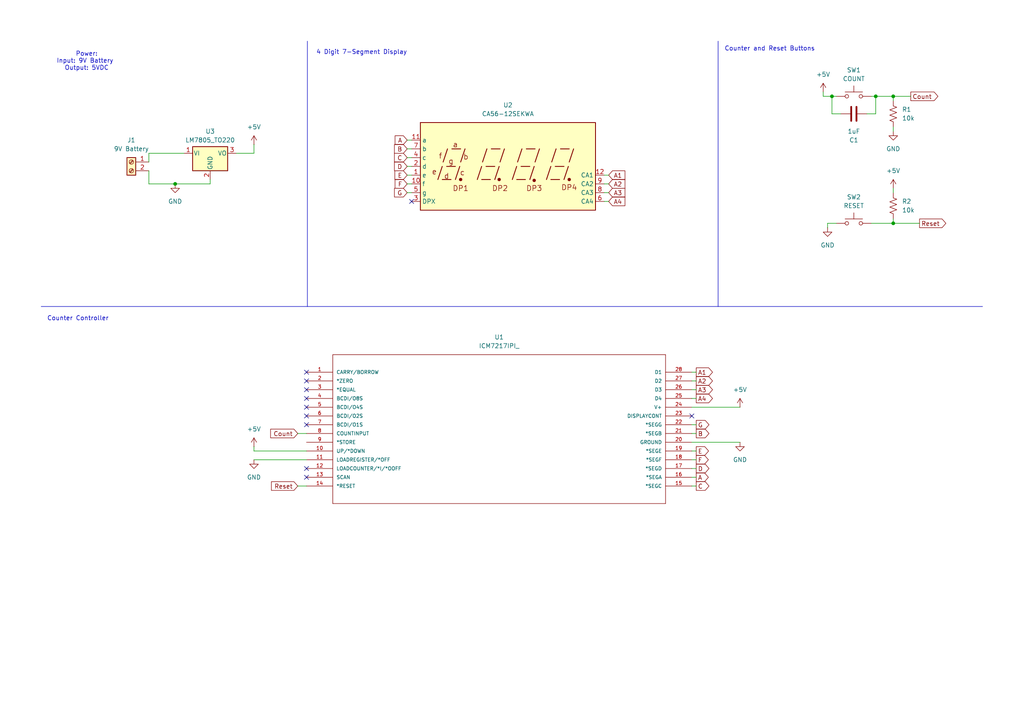
<source format=kicad_sch>
(kicad_sch
	(version 20250114)
	(generator "eeschema")
	(generator_version "9.0")
	(uuid "5ebaae04-c271-48f2-903e-036ebd73d0cc")
	(paper "A4")
	(title_block
		(title "IEEE KiCAD Workshop Demo")
		(date "2025-11-12")
		(rev "0")
		(company "IEEE PSU Student Branch")
	)
	(lib_symbols
		(symbol "Connector:Screw_Terminal_01x02"
			(pin_names
				(offset 1.016)
				(hide yes)
			)
			(exclude_from_sim no)
			(in_bom yes)
			(on_board yes)
			(property "Reference" "J"
				(at 0 2.54 0)
				(effects
					(font
						(size 1.27 1.27)
					)
				)
			)
			(property "Value" "Screw_Terminal_01x02"
				(at 0 -5.08 0)
				(effects
					(font
						(size 1.27 1.27)
					)
				)
			)
			(property "Footprint" ""
				(at 0 0 0)
				(effects
					(font
						(size 1.27 1.27)
					)
					(hide yes)
				)
			)
			(property "Datasheet" "~"
				(at 0 0 0)
				(effects
					(font
						(size 1.27 1.27)
					)
					(hide yes)
				)
			)
			(property "Description" "Generic screw terminal, single row, 01x02, script generated (kicad-library-utils/schlib/autogen/connector/)"
				(at 0 0 0)
				(effects
					(font
						(size 1.27 1.27)
					)
					(hide yes)
				)
			)
			(property "ki_keywords" "screw terminal"
				(at 0 0 0)
				(effects
					(font
						(size 1.27 1.27)
					)
					(hide yes)
				)
			)
			(property "ki_fp_filters" "TerminalBlock*:*"
				(at 0 0 0)
				(effects
					(font
						(size 1.27 1.27)
					)
					(hide yes)
				)
			)
			(symbol "Screw_Terminal_01x02_1_1"
				(rectangle
					(start -1.27 1.27)
					(end 1.27 -3.81)
					(stroke
						(width 0.254)
						(type default)
					)
					(fill
						(type background)
					)
				)
				(polyline
					(pts
						(xy -0.5334 0.3302) (xy 0.3302 -0.508)
					)
					(stroke
						(width 0.1524)
						(type default)
					)
					(fill
						(type none)
					)
				)
				(polyline
					(pts
						(xy -0.5334 -2.2098) (xy 0.3302 -3.048)
					)
					(stroke
						(width 0.1524)
						(type default)
					)
					(fill
						(type none)
					)
				)
				(polyline
					(pts
						(xy -0.3556 0.508) (xy 0.508 -0.3302)
					)
					(stroke
						(width 0.1524)
						(type default)
					)
					(fill
						(type none)
					)
				)
				(polyline
					(pts
						(xy -0.3556 -2.032) (xy 0.508 -2.8702)
					)
					(stroke
						(width 0.1524)
						(type default)
					)
					(fill
						(type none)
					)
				)
				(circle
					(center 0 0)
					(radius 0.635)
					(stroke
						(width 0.1524)
						(type default)
					)
					(fill
						(type none)
					)
				)
				(circle
					(center 0 -2.54)
					(radius 0.635)
					(stroke
						(width 0.1524)
						(type default)
					)
					(fill
						(type none)
					)
				)
				(pin passive line
					(at -5.08 0 0)
					(length 3.81)
					(name "Pin_1"
						(effects
							(font
								(size 1.27 1.27)
							)
						)
					)
					(number "1"
						(effects
							(font
								(size 1.27 1.27)
							)
						)
					)
				)
				(pin passive line
					(at -5.08 -2.54 0)
					(length 3.81)
					(name "Pin_2"
						(effects
							(font
								(size 1.27 1.27)
							)
						)
					)
					(number "2"
						(effects
							(font
								(size 1.27 1.27)
							)
						)
					)
				)
			)
			(embedded_fonts no)
		)
		(symbol "Device:C"
			(pin_numbers
				(hide yes)
			)
			(pin_names
				(offset 0.254)
			)
			(exclude_from_sim no)
			(in_bom yes)
			(on_board yes)
			(property "Reference" "C"
				(at 0.635 2.54 0)
				(effects
					(font
						(size 1.27 1.27)
					)
					(justify left)
				)
			)
			(property "Value" "C"
				(at 0.635 -2.54 0)
				(effects
					(font
						(size 1.27 1.27)
					)
					(justify left)
				)
			)
			(property "Footprint" ""
				(at 0.9652 -3.81 0)
				(effects
					(font
						(size 1.27 1.27)
					)
					(hide yes)
				)
			)
			(property "Datasheet" "~"
				(at 0 0 0)
				(effects
					(font
						(size 1.27 1.27)
					)
					(hide yes)
				)
			)
			(property "Description" "Unpolarized capacitor"
				(at 0 0 0)
				(effects
					(font
						(size 1.27 1.27)
					)
					(hide yes)
				)
			)
			(property "ki_keywords" "cap capacitor"
				(at 0 0 0)
				(effects
					(font
						(size 1.27 1.27)
					)
					(hide yes)
				)
			)
			(property "ki_fp_filters" "C_*"
				(at 0 0 0)
				(effects
					(font
						(size 1.27 1.27)
					)
					(hide yes)
				)
			)
			(symbol "C_0_1"
				(polyline
					(pts
						(xy -2.032 0.762) (xy 2.032 0.762)
					)
					(stroke
						(width 0.508)
						(type default)
					)
					(fill
						(type none)
					)
				)
				(polyline
					(pts
						(xy -2.032 -0.762) (xy 2.032 -0.762)
					)
					(stroke
						(width 0.508)
						(type default)
					)
					(fill
						(type none)
					)
				)
			)
			(symbol "C_1_1"
				(pin passive line
					(at 0 3.81 270)
					(length 2.794)
					(name "~"
						(effects
							(font
								(size 1.27 1.27)
							)
						)
					)
					(number "1"
						(effects
							(font
								(size 1.27 1.27)
							)
						)
					)
				)
				(pin passive line
					(at 0 -3.81 90)
					(length 2.794)
					(name "~"
						(effects
							(font
								(size 1.27 1.27)
							)
						)
					)
					(number "2"
						(effects
							(font
								(size 1.27 1.27)
							)
						)
					)
				)
			)
			(embedded_fonts no)
		)
		(symbol "Device:R_US"
			(pin_numbers
				(hide yes)
			)
			(pin_names
				(offset 0)
			)
			(exclude_from_sim no)
			(in_bom yes)
			(on_board yes)
			(property "Reference" "R"
				(at 2.54 0 90)
				(effects
					(font
						(size 1.27 1.27)
					)
				)
			)
			(property "Value" "R_US"
				(at -2.54 0 90)
				(effects
					(font
						(size 1.27 1.27)
					)
				)
			)
			(property "Footprint" ""
				(at 1.016 -0.254 90)
				(effects
					(font
						(size 1.27 1.27)
					)
					(hide yes)
				)
			)
			(property "Datasheet" "~"
				(at 0 0 0)
				(effects
					(font
						(size 1.27 1.27)
					)
					(hide yes)
				)
			)
			(property "Description" "Resistor, US symbol"
				(at 0 0 0)
				(effects
					(font
						(size 1.27 1.27)
					)
					(hide yes)
				)
			)
			(property "ki_keywords" "R res resistor"
				(at 0 0 0)
				(effects
					(font
						(size 1.27 1.27)
					)
					(hide yes)
				)
			)
			(property "ki_fp_filters" "R_*"
				(at 0 0 0)
				(effects
					(font
						(size 1.27 1.27)
					)
					(hide yes)
				)
			)
			(symbol "R_US_0_1"
				(polyline
					(pts
						(xy 0 2.286) (xy 0 2.54)
					)
					(stroke
						(width 0)
						(type default)
					)
					(fill
						(type none)
					)
				)
				(polyline
					(pts
						(xy 0 2.286) (xy 1.016 1.905) (xy 0 1.524) (xy -1.016 1.143) (xy 0 0.762)
					)
					(stroke
						(width 0)
						(type default)
					)
					(fill
						(type none)
					)
				)
				(polyline
					(pts
						(xy 0 0.762) (xy 1.016 0.381) (xy 0 0) (xy -1.016 -0.381) (xy 0 -0.762)
					)
					(stroke
						(width 0)
						(type default)
					)
					(fill
						(type none)
					)
				)
				(polyline
					(pts
						(xy 0 -0.762) (xy 1.016 -1.143) (xy 0 -1.524) (xy -1.016 -1.905) (xy 0 -2.286)
					)
					(stroke
						(width 0)
						(type default)
					)
					(fill
						(type none)
					)
				)
				(polyline
					(pts
						(xy 0 -2.286) (xy 0 -2.54)
					)
					(stroke
						(width 0)
						(type default)
					)
					(fill
						(type none)
					)
				)
			)
			(symbol "R_US_1_1"
				(pin passive line
					(at 0 3.81 270)
					(length 1.27)
					(name "~"
						(effects
							(font
								(size 1.27 1.27)
							)
						)
					)
					(number "1"
						(effects
							(font
								(size 1.27 1.27)
							)
						)
					)
				)
				(pin passive line
					(at 0 -3.81 90)
					(length 1.27)
					(name "~"
						(effects
							(font
								(size 1.27 1.27)
							)
						)
					)
					(number "2"
						(effects
							(font
								(size 1.27 1.27)
							)
						)
					)
				)
			)
			(embedded_fonts no)
		)
		(symbol "Display_Character:CA56-12SEKWA"
			(exclude_from_sim no)
			(in_bom yes)
			(on_board yes)
			(property "Reference" "U"
				(at -24.13 13.97 0)
				(effects
					(font
						(size 1.27 1.27)
					)
				)
			)
			(property "Value" "CA56-12SEKWA"
				(at 17.78 13.97 0)
				(effects
					(font
						(size 1.27 1.27)
					)
				)
			)
			(property "Footprint" "Display_7Segment:CA56-12SEKWA"
				(at 0 -15.24 0)
				(effects
					(font
						(size 1.27 1.27)
					)
					(hide yes)
				)
			)
			(property "Datasheet" "http://www.kingbright.com/attachments/file/psearch/000/00/00/CA56-12SEKWA(Ver.7A).pdf"
				(at -10.922 0.762 0)
				(effects
					(font
						(size 1.27 1.27)
					)
					(hide yes)
				)
			)
			(property "Description" "4 digit 7 segment super bright orange LED, common anode"
				(at 0 0 0)
				(effects
					(font
						(size 1.27 1.27)
					)
					(hide yes)
				)
			)
			(property "ki_keywords" "display LED 7-segment"
				(at 0 0 0)
				(effects
					(font
						(size 1.27 1.27)
					)
					(hide yes)
				)
			)
			(property "ki_fp_filters" "*CA56*12SEKWA*"
				(at 0 0 0)
				(effects
					(font
						(size 1.27 1.27)
					)
					(hide yes)
				)
			)
			(symbol "CA56-12SEKWA_0_0"
				(rectangle
					(start -25.4 12.7)
					(end 25.4 -12.7)
					(stroke
						(width 0.254)
						(type default)
					)
					(fill
						(type background)
					)
				)
				(polyline
					(pts
						(xy -20.32 -3.81) (xy -19.05 0)
					)
					(stroke
						(width 0.254)
						(type default)
					)
					(fill
						(type none)
					)
				)
				(polyline
					(pts
						(xy -19.05 -3.81) (xy -16.51 -3.81)
					)
					(stroke
						(width 0.254)
						(type default)
					)
					(fill
						(type none)
					)
				)
				(polyline
					(pts
						(xy -18.796 1.27) (xy -17.526 5.08)
					)
					(stroke
						(width 0.254)
						(type default)
					)
					(fill
						(type none)
					)
				)
				(polyline
					(pts
						(xy -17.78 0) (xy -15.24 0)
					)
					(stroke
						(width 0.254)
						(type default)
					)
					(fill
						(type none)
					)
				)
				(polyline
					(pts
						(xy -16.256 5.08) (xy -13.716 5.08)
					)
					(stroke
						(width 0.254)
						(type default)
					)
					(fill
						(type none)
					)
				)
				(polyline
					(pts
						(xy -15.24 -3.81) (xy -13.97 0)
					)
					(stroke
						(width 0.254)
						(type default)
					)
					(fill
						(type none)
					)
				)
				(polyline
					(pts
						(xy -13.716 1.27) (xy -12.446 5.08)
					)
					(stroke
						(width 0.254)
						(type default)
					)
					(fill
						(type none)
					)
				)
				(polyline
					(pts
						(xy -8.89 -3.81) (xy -7.62 0)
					)
					(stroke
						(width 0.254)
						(type default)
					)
					(fill
						(type none)
					)
				)
				(polyline
					(pts
						(xy -7.62 -3.81) (xy -5.08 -3.81)
					)
					(stroke
						(width 0.254)
						(type default)
					)
					(fill
						(type none)
					)
				)
				(polyline
					(pts
						(xy -7.366 1.27) (xy -6.096 5.08)
					)
					(stroke
						(width 0.254)
						(type default)
					)
					(fill
						(type none)
					)
				)
				(polyline
					(pts
						(xy -6.35 0) (xy -3.81 0)
					)
					(stroke
						(width 0.254)
						(type default)
					)
					(fill
						(type none)
					)
				)
				(polyline
					(pts
						(xy -4.826 5.08) (xy -2.286 5.08)
					)
					(stroke
						(width 0.254)
						(type default)
					)
					(fill
						(type none)
					)
				)
				(polyline
					(pts
						(xy -3.81 -3.81) (xy -2.54 0)
					)
					(stroke
						(width 0.254)
						(type default)
					)
					(fill
						(type none)
					)
				)
				(polyline
					(pts
						(xy -2.286 1.27) (xy -1.016 5.08)
					)
					(stroke
						(width 0.254)
						(type default)
					)
					(fill
						(type none)
					)
				)
				(polyline
					(pts
						(xy 1.27 -3.81) (xy 2.54 0)
					)
					(stroke
						(width 0.254)
						(type default)
					)
					(fill
						(type none)
					)
				)
				(polyline
					(pts
						(xy 2.54 -3.81) (xy 5.08 -3.81)
					)
					(stroke
						(width 0.254)
						(type default)
					)
					(fill
						(type none)
					)
				)
				(polyline
					(pts
						(xy 2.794 1.27) (xy 4.064 5.08)
					)
					(stroke
						(width 0.254)
						(type default)
					)
					(fill
						(type none)
					)
				)
				(polyline
					(pts
						(xy 3.81 0) (xy 6.35 0)
					)
					(stroke
						(width 0.254)
						(type default)
					)
					(fill
						(type none)
					)
				)
				(polyline
					(pts
						(xy 5.334 5.08) (xy 7.874 5.08)
					)
					(stroke
						(width 0.254)
						(type default)
					)
					(fill
						(type none)
					)
				)
				(polyline
					(pts
						(xy 6.35 -3.81) (xy 7.62 0)
					)
					(stroke
						(width 0.254)
						(type default)
					)
					(fill
						(type none)
					)
				)
				(polyline
					(pts
						(xy 7.874 1.27) (xy 9.144 5.08)
					)
					(stroke
						(width 0.254)
						(type default)
					)
					(fill
						(type none)
					)
				)
				(polyline
					(pts
						(xy 11.176 -3.81) (xy 12.446 0)
					)
					(stroke
						(width 0.254)
						(type default)
					)
					(fill
						(type none)
					)
				)
				(polyline
					(pts
						(xy 12.446 -3.81) (xy 14.986 -3.81)
					)
					(stroke
						(width 0.254)
						(type default)
					)
					(fill
						(type none)
					)
				)
				(polyline
					(pts
						(xy 12.7 1.27) (xy 13.97 5.08)
					)
					(stroke
						(width 0.254)
						(type default)
					)
					(fill
						(type none)
					)
				)
				(polyline
					(pts
						(xy 13.716 0) (xy 16.256 0)
					)
					(stroke
						(width 0.254)
						(type default)
					)
					(fill
						(type none)
					)
				)
				(polyline
					(pts
						(xy 15.24 5.08) (xy 17.78 5.08)
					)
					(stroke
						(width 0.254)
						(type default)
					)
					(fill
						(type none)
					)
				)
				(polyline
					(pts
						(xy 16.256 -3.81) (xy 17.526 0)
					)
					(stroke
						(width 0.254)
						(type default)
					)
					(fill
						(type none)
					)
				)
				(polyline
					(pts
						(xy 17.78 1.27) (xy 19.05 5.08)
					)
					(stroke
						(width 0.254)
						(type default)
					)
					(fill
						(type none)
					)
				)
				(text "e"
					(at -21.336 -1.524 0)
					(effects
						(font
							(size 1.524 1.524)
						)
					)
				)
				(text "f"
					(at -19.558 3.048 0)
					(effects
						(font
							(size 1.524 1.524)
						)
					)
				)
				(text "d"
					(at -17.78 -2.794 0)
					(effects
						(font
							(size 1.524 1.524)
						)
					)
				)
				(text "g"
					(at -16.51 1.524 0)
					(effects
						(font
							(size 1.524 1.524)
						)
					)
				)
				(text "a"
					(at -15.24 6.35 0)
					(effects
						(font
							(size 1.524 1.524)
						)
					)
				)
				(text "DP1"
					(at -13.716 -6.35 0)
					(effects
						(font
							(size 1.524 1.524)
						)
					)
				)
				(text "c"
					(at -13.208 -1.778 0)
					(effects
						(font
							(size 1.524 1.524)
						)
					)
				)
				(text "b"
					(at -12.192 2.794 0)
					(effects
						(font
							(size 1.524 1.524)
						)
					)
				)
				(text "DP2"
					(at -2.286 -6.35 0)
					(effects
						(font
							(size 1.524 1.524)
						)
					)
				)
				(text "DP3"
					(at 7.62 -6.35 0)
					(effects
						(font
							(size 1.524 1.524)
						)
					)
				)
				(text "DP4"
					(at 17.78 -6.096 0)
					(effects
						(font
							(size 1.524 1.524)
						)
					)
				)
			)
			(symbol "CA56-12SEKWA_0_1"
				(circle
					(center -13.716 -3.81)
					(radius 0.3556)
					(stroke
						(width 0.254)
						(type default)
					)
					(fill
						(type outline)
					)
				)
				(circle
					(center -2.54 -3.81)
					(radius 0.3556)
					(stroke
						(width 0.254)
						(type default)
					)
					(fill
						(type outline)
					)
				)
			)
			(symbol "CA56-12SEKWA_1_0"
				(circle
					(center 7.62 -4.064)
					(radius 0.3556)
					(stroke
						(width 0.254)
						(type default)
					)
					(fill
						(type outline)
					)
				)
				(circle
					(center 17.78 -3.81)
					(radius 0.3556)
					(stroke
						(width 0.254)
						(type default)
					)
					(fill
						(type outline)
					)
				)
			)
			(symbol "CA56-12SEKWA_1_1"
				(pin input line
					(at -27.94 7.62 0)
					(length 2.54)
					(name "a"
						(effects
							(font
								(size 1.27 1.27)
							)
						)
					)
					(number "11"
						(effects
							(font
								(size 1.27 1.27)
							)
						)
					)
				)
				(pin input line
					(at -27.94 5.08 0)
					(length 2.54)
					(name "b"
						(effects
							(font
								(size 1.27 1.27)
							)
						)
					)
					(number "7"
						(effects
							(font
								(size 1.27 1.27)
							)
						)
					)
				)
				(pin input line
					(at -27.94 2.54 0)
					(length 2.54)
					(name "c"
						(effects
							(font
								(size 1.27 1.27)
							)
						)
					)
					(number "4"
						(effects
							(font
								(size 1.27 1.27)
							)
						)
					)
				)
				(pin input line
					(at -27.94 0 0)
					(length 2.54)
					(name "d"
						(effects
							(font
								(size 1.27 1.27)
							)
						)
					)
					(number "2"
						(effects
							(font
								(size 1.27 1.27)
							)
						)
					)
				)
				(pin input line
					(at -27.94 -2.54 0)
					(length 2.54)
					(name "e"
						(effects
							(font
								(size 1.27 1.27)
							)
						)
					)
					(number "1"
						(effects
							(font
								(size 1.27 1.27)
							)
						)
					)
				)
				(pin input line
					(at -27.94 -5.08 0)
					(length 2.54)
					(name "f"
						(effects
							(font
								(size 1.27 1.27)
							)
						)
					)
					(number "10"
						(effects
							(font
								(size 1.27 1.27)
							)
						)
					)
				)
				(pin input line
					(at -27.94 -7.62 0)
					(length 2.54)
					(name "g"
						(effects
							(font
								(size 1.27 1.27)
							)
						)
					)
					(number "5"
						(effects
							(font
								(size 1.27 1.27)
							)
						)
					)
				)
				(pin input line
					(at -27.94 -10.16 0)
					(length 2.54)
					(name "DPX"
						(effects
							(font
								(size 1.27 1.27)
							)
						)
					)
					(number "3"
						(effects
							(font
								(size 1.27 1.27)
							)
						)
					)
				)
				(pin input line
					(at 27.94 -2.54 180)
					(length 2.54)
					(name "CA1"
						(effects
							(font
								(size 1.27 1.27)
							)
						)
					)
					(number "12"
						(effects
							(font
								(size 1.27 1.27)
							)
						)
					)
				)
				(pin input line
					(at 27.94 -5.08 180)
					(length 2.54)
					(name "CA2"
						(effects
							(font
								(size 1.27 1.27)
							)
						)
					)
					(number "9"
						(effects
							(font
								(size 1.27 1.27)
							)
						)
					)
				)
				(pin input line
					(at 27.94 -7.62 180)
					(length 2.54)
					(name "CA3"
						(effects
							(font
								(size 1.27 1.27)
							)
						)
					)
					(number "8"
						(effects
							(font
								(size 1.27 1.27)
							)
						)
					)
				)
				(pin input line
					(at 27.94 -10.16 180)
					(length 2.54)
					(name "CA4"
						(effects
							(font
								(size 1.27 1.27)
							)
						)
					)
					(number "6"
						(effects
							(font
								(size 1.27 1.27)
							)
						)
					)
				)
			)
			(embedded_fonts no)
		)
		(symbol "ICM7217IPI_:ICM7217IPI_"
			(pin_names
				(offset 1.016)
			)
			(exclude_from_sim no)
			(in_bom yes)
			(on_board yes)
			(property "Reference" "U"
				(at 51.2038 9.1272 0)
				(effects
					(font
						(size 1.27 1.27)
					)
					(justify left bottom)
				)
			)
			(property "Value" "ICM7217IPI_"
				(at 50.6317 6.5931 0)
				(effects
					(font
						(size 1.27 1.27)
					)
					(justify left bottom)
				)
			)
			(property "Footprint" "ICM7217IPI_:21-0044B_28"
				(at 0 0 0)
				(effects
					(font
						(size 1.27 1.27)
					)
					(justify bottom)
					(hide yes)
				)
			)
			(property "Datasheet" ""
				(at 0 0 0)
				(effects
					(font
						(size 1.27 1.27)
					)
					(hide yes)
				)
			)
			(property "Description" ""
				(at 0 0 0)
				(effects
					(font
						(size 1.27 1.27)
					)
					(hide yes)
				)
			)
			(property "MANUFACTURER_NAME" "Maxim"
				(at 0 0 0)
				(effects
					(font
						(size 1.27 1.27)
					)
					(justify bottom)
					(hide yes)
				)
			)
			(property "VENDOR" "MAXIM"
				(at 0 0 0)
				(effects
					(font
						(size 1.27 1.27)
					)
					(justify bottom)
					(hide yes)
				)
			)
			(property "MANUFACTURER_PART_NUMBER" "ICM7217IPI+"
				(at 0 0 0)
				(effects
					(font
						(size 1.27 1.27)
					)
					(justify bottom)
					(hide yes)
				)
			)
			(symbol "ICM7217IPI__0_0"
				(polyline
					(pts
						(xy 7.62 5.08) (xy 7.62 -38.1)
					)
					(stroke
						(width 0.1524)
						(type default)
					)
					(fill
						(type none)
					)
				)
				(polyline
					(pts
						(xy 7.62 -38.1) (xy 104.14 -38.1)
					)
					(stroke
						(width 0.1524)
						(type default)
					)
					(fill
						(type none)
					)
				)
				(polyline
					(pts
						(xy 104.14 5.08) (xy 7.62 5.08)
					)
					(stroke
						(width 0.1524)
						(type default)
					)
					(fill
						(type none)
					)
				)
				(polyline
					(pts
						(xy 104.14 -38.1) (xy 104.14 5.08)
					)
					(stroke
						(width 0.1524)
						(type default)
					)
					(fill
						(type none)
					)
				)
				(pin passive line
					(at 0 0 0)
					(length 7.62)
					(name "CARRY/BORROW"
						(effects
							(font
								(size 1.016 1.016)
							)
						)
					)
					(number "1"
						(effects
							(font
								(size 1.016 1.016)
							)
						)
					)
				)
				(pin passive line
					(at 0 -2.54 0)
					(length 7.62)
					(name "*ZERO"
						(effects
							(font
								(size 1.016 1.016)
							)
						)
					)
					(number "2"
						(effects
							(font
								(size 1.016 1.016)
							)
						)
					)
				)
				(pin passive line
					(at 0 -5.08 0)
					(length 7.62)
					(name "*EQUAL"
						(effects
							(font
								(size 1.016 1.016)
							)
						)
					)
					(number "3"
						(effects
							(font
								(size 1.016 1.016)
							)
						)
					)
				)
				(pin passive line
					(at 0 -7.62 0)
					(length 7.62)
					(name "BCDI/O8S"
						(effects
							(font
								(size 1.016 1.016)
							)
						)
					)
					(number "4"
						(effects
							(font
								(size 1.016 1.016)
							)
						)
					)
				)
				(pin passive line
					(at 0 -10.16 0)
					(length 7.62)
					(name "BCDI/O4S"
						(effects
							(font
								(size 1.016 1.016)
							)
						)
					)
					(number "5"
						(effects
							(font
								(size 1.016 1.016)
							)
						)
					)
				)
				(pin passive line
					(at 0 -12.7 0)
					(length 7.62)
					(name "BCDI/O2S"
						(effects
							(font
								(size 1.016 1.016)
							)
						)
					)
					(number "6"
						(effects
							(font
								(size 1.016 1.016)
							)
						)
					)
				)
				(pin passive line
					(at 0 -15.24 0)
					(length 7.62)
					(name "BCDI/O1S"
						(effects
							(font
								(size 1.016 1.016)
							)
						)
					)
					(number "7"
						(effects
							(font
								(size 1.016 1.016)
							)
						)
					)
				)
				(pin passive line
					(at 0 -17.78 0)
					(length 7.62)
					(name "COUNTINPUT"
						(effects
							(font
								(size 1.016 1.016)
							)
						)
					)
					(number "8"
						(effects
							(font
								(size 1.016 1.016)
							)
						)
					)
				)
				(pin passive line
					(at 0 -20.32 0)
					(length 7.62)
					(name "*STORE"
						(effects
							(font
								(size 1.016 1.016)
							)
						)
					)
					(number "9"
						(effects
							(font
								(size 1.016 1.016)
							)
						)
					)
				)
				(pin passive line
					(at 0 -22.86 0)
					(length 7.62)
					(name "UP/*DOWN"
						(effects
							(font
								(size 1.016 1.016)
							)
						)
					)
					(number "10"
						(effects
							(font
								(size 1.016 1.016)
							)
						)
					)
				)
				(pin passive line
					(at 0 -25.4 0)
					(length 7.62)
					(name "LOADREGISTER/*OFF"
						(effects
							(font
								(size 1.016 1.016)
							)
						)
					)
					(number "11"
						(effects
							(font
								(size 1.016 1.016)
							)
						)
					)
				)
				(pin passive line
					(at 0 -27.94 0)
					(length 7.62)
					(name "LOADCOUNTER/*I/*OOFF"
						(effects
							(font
								(size 1.016 1.016)
							)
						)
					)
					(number "12"
						(effects
							(font
								(size 1.016 1.016)
							)
						)
					)
				)
				(pin passive line
					(at 0 -30.48 0)
					(length 7.62)
					(name "SCAN"
						(effects
							(font
								(size 1.016 1.016)
							)
						)
					)
					(number "13"
						(effects
							(font
								(size 1.016 1.016)
							)
						)
					)
				)
				(pin passive line
					(at 0 -33.02 0)
					(length 7.62)
					(name "*RESET"
						(effects
							(font
								(size 1.016 1.016)
							)
						)
					)
					(number "14"
						(effects
							(font
								(size 1.016 1.016)
							)
						)
					)
				)
				(pin passive line
					(at 111.76 0 180)
					(length 7.62)
					(name "D1"
						(effects
							(font
								(size 1.016 1.016)
							)
						)
					)
					(number "28"
						(effects
							(font
								(size 1.016 1.016)
							)
						)
					)
				)
				(pin passive line
					(at 111.76 -2.54 180)
					(length 7.62)
					(name "D2"
						(effects
							(font
								(size 1.016 1.016)
							)
						)
					)
					(number "27"
						(effects
							(font
								(size 1.016 1.016)
							)
						)
					)
				)
				(pin passive line
					(at 111.76 -5.08 180)
					(length 7.62)
					(name "D3"
						(effects
							(font
								(size 1.016 1.016)
							)
						)
					)
					(number "26"
						(effects
							(font
								(size 1.016 1.016)
							)
						)
					)
				)
				(pin passive line
					(at 111.76 -7.62 180)
					(length 7.62)
					(name "D4"
						(effects
							(font
								(size 1.016 1.016)
							)
						)
					)
					(number "25"
						(effects
							(font
								(size 1.016 1.016)
							)
						)
					)
				)
				(pin power_in line
					(at 111.76 -10.16 180)
					(length 7.62)
					(name "V+"
						(effects
							(font
								(size 1.016 1.016)
							)
						)
					)
					(number "24"
						(effects
							(font
								(size 1.016 1.016)
							)
						)
					)
				)
				(pin passive line
					(at 111.76 -12.7 180)
					(length 7.62)
					(name "DISPLAYCONT"
						(effects
							(font
								(size 1.016 1.016)
							)
						)
					)
					(number "23"
						(effects
							(font
								(size 1.016 1.016)
							)
						)
					)
				)
				(pin passive line
					(at 111.76 -15.24 180)
					(length 7.62)
					(name "*SEGG"
						(effects
							(font
								(size 1.016 1.016)
							)
						)
					)
					(number "22"
						(effects
							(font
								(size 1.016 1.016)
							)
						)
					)
				)
				(pin passive line
					(at 111.76 -17.78 180)
					(length 7.62)
					(name "*SEGB"
						(effects
							(font
								(size 1.016 1.016)
							)
						)
					)
					(number "21"
						(effects
							(font
								(size 1.016 1.016)
							)
						)
					)
				)
				(pin power_in line
					(at 111.76 -20.32 180)
					(length 7.62)
					(name "GROUND"
						(effects
							(font
								(size 1.016 1.016)
							)
						)
					)
					(number "20"
						(effects
							(font
								(size 1.016 1.016)
							)
						)
					)
				)
				(pin passive line
					(at 111.76 -22.86 180)
					(length 7.62)
					(name "*SEGE"
						(effects
							(font
								(size 1.016 1.016)
							)
						)
					)
					(number "19"
						(effects
							(font
								(size 1.016 1.016)
							)
						)
					)
				)
				(pin passive line
					(at 111.76 -25.4 180)
					(length 7.62)
					(name "*SEGF"
						(effects
							(font
								(size 1.016 1.016)
							)
						)
					)
					(number "18"
						(effects
							(font
								(size 1.016 1.016)
							)
						)
					)
				)
				(pin passive line
					(at 111.76 -27.94 180)
					(length 7.62)
					(name "*SEGD"
						(effects
							(font
								(size 1.016 1.016)
							)
						)
					)
					(number "17"
						(effects
							(font
								(size 1.016 1.016)
							)
						)
					)
				)
				(pin passive line
					(at 111.76 -30.48 180)
					(length 7.62)
					(name "*SEGA"
						(effects
							(font
								(size 1.016 1.016)
							)
						)
					)
					(number "16"
						(effects
							(font
								(size 1.016 1.016)
							)
						)
					)
				)
				(pin passive line
					(at 111.76 -33.02 180)
					(length 7.62)
					(name "*SEGC"
						(effects
							(font
								(size 1.016 1.016)
							)
						)
					)
					(number "15"
						(effects
							(font
								(size 1.016 1.016)
							)
						)
					)
				)
			)
			(embedded_fonts no)
		)
		(symbol "Regulator_Linear:LM7805_TO220"
			(pin_names
				(offset 0.254)
			)
			(exclude_from_sim no)
			(in_bom yes)
			(on_board yes)
			(property "Reference" "U"
				(at -3.81 3.175 0)
				(effects
					(font
						(size 1.27 1.27)
					)
				)
			)
			(property "Value" "LM7805_TO220"
				(at 0 3.175 0)
				(effects
					(font
						(size 1.27 1.27)
					)
					(justify left)
				)
			)
			(property "Footprint" "Package_TO_SOT_THT:TO-220-3_Vertical"
				(at 0 5.715 0)
				(effects
					(font
						(size 1.27 1.27)
						(italic yes)
					)
					(hide yes)
				)
			)
			(property "Datasheet" "https://www.onsemi.cn/PowerSolutions/document/MC7800-D.PDF"
				(at 0 -1.27 0)
				(effects
					(font
						(size 1.27 1.27)
					)
					(hide yes)
				)
			)
			(property "Description" "Positive 1A 35V Linear Regulator, Fixed Output 5V, TO-220"
				(at 0 0 0)
				(effects
					(font
						(size 1.27 1.27)
					)
					(hide yes)
				)
			)
			(property "ki_keywords" "Voltage Regulator 1A Positive"
				(at 0 0 0)
				(effects
					(font
						(size 1.27 1.27)
					)
					(hide yes)
				)
			)
			(property "ki_fp_filters" "TO?220*"
				(at 0 0 0)
				(effects
					(font
						(size 1.27 1.27)
					)
					(hide yes)
				)
			)
			(symbol "LM7805_TO220_0_1"
				(rectangle
					(start -5.08 1.905)
					(end 5.08 -5.08)
					(stroke
						(width 0.254)
						(type default)
					)
					(fill
						(type background)
					)
				)
			)
			(symbol "LM7805_TO220_1_1"
				(pin power_in line
					(at -7.62 0 0)
					(length 2.54)
					(name "VI"
						(effects
							(font
								(size 1.27 1.27)
							)
						)
					)
					(number "1"
						(effects
							(font
								(size 1.27 1.27)
							)
						)
					)
				)
				(pin power_in line
					(at 0 -7.62 90)
					(length 2.54)
					(name "GND"
						(effects
							(font
								(size 1.27 1.27)
							)
						)
					)
					(number "2"
						(effects
							(font
								(size 1.27 1.27)
							)
						)
					)
				)
				(pin power_out line
					(at 7.62 0 180)
					(length 2.54)
					(name "VO"
						(effects
							(font
								(size 1.27 1.27)
							)
						)
					)
					(number "3"
						(effects
							(font
								(size 1.27 1.27)
							)
						)
					)
				)
			)
			(embedded_fonts no)
		)
		(symbol "Switch:SW_Push"
			(pin_numbers
				(hide yes)
			)
			(pin_names
				(offset 1.016)
				(hide yes)
			)
			(exclude_from_sim no)
			(in_bom yes)
			(on_board yes)
			(property "Reference" "SW"
				(at 1.27 2.54 0)
				(effects
					(font
						(size 1.27 1.27)
					)
					(justify left)
				)
			)
			(property "Value" "SW_Push"
				(at 0 -1.524 0)
				(effects
					(font
						(size 1.27 1.27)
					)
				)
			)
			(property "Footprint" ""
				(at 0 5.08 0)
				(effects
					(font
						(size 1.27 1.27)
					)
					(hide yes)
				)
			)
			(property "Datasheet" "~"
				(at 0 5.08 0)
				(effects
					(font
						(size 1.27 1.27)
					)
					(hide yes)
				)
			)
			(property "Description" "Push button switch, generic, two pins"
				(at 0 0 0)
				(effects
					(font
						(size 1.27 1.27)
					)
					(hide yes)
				)
			)
			(property "ki_keywords" "switch normally-open pushbutton push-button"
				(at 0 0 0)
				(effects
					(font
						(size 1.27 1.27)
					)
					(hide yes)
				)
			)
			(symbol "SW_Push_0_1"
				(circle
					(center -2.032 0)
					(radius 0.508)
					(stroke
						(width 0)
						(type default)
					)
					(fill
						(type none)
					)
				)
				(polyline
					(pts
						(xy 0 1.27) (xy 0 3.048)
					)
					(stroke
						(width 0)
						(type default)
					)
					(fill
						(type none)
					)
				)
				(circle
					(center 2.032 0)
					(radius 0.508)
					(stroke
						(width 0)
						(type default)
					)
					(fill
						(type none)
					)
				)
				(polyline
					(pts
						(xy 2.54 1.27) (xy -2.54 1.27)
					)
					(stroke
						(width 0)
						(type default)
					)
					(fill
						(type none)
					)
				)
				(pin passive line
					(at -5.08 0 0)
					(length 2.54)
					(name "1"
						(effects
							(font
								(size 1.27 1.27)
							)
						)
					)
					(number "1"
						(effects
							(font
								(size 1.27 1.27)
							)
						)
					)
				)
				(pin passive line
					(at 5.08 0 180)
					(length 2.54)
					(name "2"
						(effects
							(font
								(size 1.27 1.27)
							)
						)
					)
					(number "2"
						(effects
							(font
								(size 1.27 1.27)
							)
						)
					)
				)
			)
			(embedded_fonts no)
		)
		(symbol "power:+5V"
			(power)
			(pin_numbers
				(hide yes)
			)
			(pin_names
				(offset 0)
				(hide yes)
			)
			(exclude_from_sim no)
			(in_bom yes)
			(on_board yes)
			(property "Reference" "#PWR"
				(at 0 -3.81 0)
				(effects
					(font
						(size 1.27 1.27)
					)
					(hide yes)
				)
			)
			(property "Value" "+5V"
				(at 0 3.556 0)
				(effects
					(font
						(size 1.27 1.27)
					)
				)
			)
			(property "Footprint" ""
				(at 0 0 0)
				(effects
					(font
						(size 1.27 1.27)
					)
					(hide yes)
				)
			)
			(property "Datasheet" ""
				(at 0 0 0)
				(effects
					(font
						(size 1.27 1.27)
					)
					(hide yes)
				)
			)
			(property "Description" "Power symbol creates a global label with name \"+5V\""
				(at 0 0 0)
				(effects
					(font
						(size 1.27 1.27)
					)
					(hide yes)
				)
			)
			(property "ki_keywords" "global power"
				(at 0 0 0)
				(effects
					(font
						(size 1.27 1.27)
					)
					(hide yes)
				)
			)
			(symbol "+5V_0_1"
				(polyline
					(pts
						(xy -0.762 1.27) (xy 0 2.54)
					)
					(stroke
						(width 0)
						(type default)
					)
					(fill
						(type none)
					)
				)
				(polyline
					(pts
						(xy 0 2.54) (xy 0.762 1.27)
					)
					(stroke
						(width 0)
						(type default)
					)
					(fill
						(type none)
					)
				)
				(polyline
					(pts
						(xy 0 0) (xy 0 2.54)
					)
					(stroke
						(width 0)
						(type default)
					)
					(fill
						(type none)
					)
				)
			)
			(symbol "+5V_1_1"
				(pin power_in line
					(at 0 0 90)
					(length 0)
					(name "~"
						(effects
							(font
								(size 1.27 1.27)
							)
						)
					)
					(number "1"
						(effects
							(font
								(size 1.27 1.27)
							)
						)
					)
				)
			)
			(embedded_fonts no)
		)
		(symbol "power:GND"
			(power)
			(pin_numbers
				(hide yes)
			)
			(pin_names
				(offset 0)
				(hide yes)
			)
			(exclude_from_sim no)
			(in_bom yes)
			(on_board yes)
			(property "Reference" "#PWR"
				(at 0 -6.35 0)
				(effects
					(font
						(size 1.27 1.27)
					)
					(hide yes)
				)
			)
			(property "Value" "GND"
				(at 0 -3.81 0)
				(effects
					(font
						(size 1.27 1.27)
					)
				)
			)
			(property "Footprint" ""
				(at 0 0 0)
				(effects
					(font
						(size 1.27 1.27)
					)
					(hide yes)
				)
			)
			(property "Datasheet" ""
				(at 0 0 0)
				(effects
					(font
						(size 1.27 1.27)
					)
					(hide yes)
				)
			)
			(property "Description" "Power symbol creates a global label with name \"GND\" , ground"
				(at 0 0 0)
				(effects
					(font
						(size 1.27 1.27)
					)
					(hide yes)
				)
			)
			(property "ki_keywords" "global power"
				(at 0 0 0)
				(effects
					(font
						(size 1.27 1.27)
					)
					(hide yes)
				)
			)
			(symbol "GND_0_1"
				(polyline
					(pts
						(xy 0 0) (xy 0 -1.27) (xy 1.27 -1.27) (xy 0 -2.54) (xy -1.27 -1.27) (xy 0 -1.27)
					)
					(stroke
						(width 0)
						(type default)
					)
					(fill
						(type none)
					)
				)
			)
			(symbol "GND_1_1"
				(pin power_in line
					(at 0 0 270)
					(length 0)
					(name "~"
						(effects
							(font
								(size 1.27 1.27)
							)
						)
					)
					(number "1"
						(effects
							(font
								(size 1.27 1.27)
							)
						)
					)
				)
			)
			(embedded_fonts no)
		)
	)
	(text "Counter Controller"
		(exclude_from_sim no)
		(at 22.606 92.456 0)
		(effects
			(font
				(size 1.27 1.27)
			)
		)
		(uuid "0432eadc-427a-414a-9a79-98e584737141")
	)
	(text "Counter and Reset Buttons"
		(exclude_from_sim no)
		(at 223.266 14.224 0)
		(effects
			(font
				(size 1.27 1.27)
			)
		)
		(uuid "536781b1-42f3-4737-8d5d-abae5d949897")
	)
	(text "Power:\nInput: 9V Battery \nOutput: 5VDC"
		(exclude_from_sim no)
		(at 25.146 17.78 0)
		(effects
			(font
				(size 1.27 1.27)
			)
		)
		(uuid "c6258c11-d85d-45e7-af09-11bdaf45ad55")
	)
	(text "4 Digit 7-Segment Display"
		(exclude_from_sim no)
		(at 104.902 15.24 0)
		(effects
			(font
				(size 1.27 1.27)
			)
		)
		(uuid "ed8b35b7-044f-4abd-b9b5-bc8cf8c970de")
	)
	(junction
		(at 259.08 27.94)
		(diameter 0)
		(color 0 0 0 0)
		(uuid "10b4f53d-2bcb-4f1d-b2c8-4e797f6372f2")
	)
	(junction
		(at 241.3 27.94)
		(diameter 0)
		(color 0 0 0 0)
		(uuid "30a6f6bc-d996-4447-b27b-64d2fd9de27e")
	)
	(junction
		(at 259.08 64.77)
		(diameter 0)
		(color 0 0 0 0)
		(uuid "60d5b1e0-0484-40c3-9a68-847a00fb0310")
	)
	(junction
		(at 254 27.94)
		(diameter 0)
		(color 0 0 0 0)
		(uuid "af800a97-4ee7-400a-89ce-41436dfdb8bc")
	)
	(junction
		(at 50.8 53.34)
		(diameter 0)
		(color 0 0 0 0)
		(uuid "b7430278-88d7-4088-b84a-1a6d7f468878")
	)
	(no_connect
		(at 88.9 135.89)
		(uuid "07158a49-7d90-4c9d-b7d0-bf623adb2f0c")
	)
	(no_connect
		(at 88.9 113.03)
		(uuid "29a16fd7-7a6e-489a-8229-0423e3a3184d")
	)
	(no_connect
		(at 88.9 123.19)
		(uuid "3303c4ef-5bf1-4506-afe9-8edd8cff0abb")
	)
	(no_connect
		(at 88.9 118.11)
		(uuid "411bc8ec-acca-4dc5-9741-1edc06b6c315")
	)
	(no_connect
		(at 88.9 138.43)
		(uuid "4aa64ab6-48d7-4dbc-a687-e2d365acdcac")
	)
	(no_connect
		(at 88.9 115.57)
		(uuid "8a448599-b694-4f7b-8ee6-3b158f7e7057")
	)
	(no_connect
		(at 88.9 120.65)
		(uuid "91c4389d-35af-4372-81ba-a71b38fbda7b")
	)
	(no_connect
		(at 88.9 110.49)
		(uuid "9ce6db06-b681-429c-951f-406bc2213a84")
	)
	(no_connect
		(at 88.9 107.95)
		(uuid "b5d31d7b-a47e-4c2c-8226-191483d79575")
	)
	(no_connect
		(at 119.38 58.42)
		(uuid "d8c06720-9384-4dda-a5ba-ff74d776cb84")
	)
	(no_connect
		(at 200.66 120.65)
		(uuid "db4acf80-0310-4219-a52e-fd12f26f3dc0")
	)
	(wire
		(pts
			(xy 175.26 55.88) (xy 176.53 55.88)
		)
		(stroke
			(width 0)
			(type default)
		)
		(uuid "072115b9-1151-468d-a66b-6c4979b5fa3e")
	)
	(wire
		(pts
			(xy 43.18 46.99) (xy 43.18 44.45)
		)
		(stroke
			(width 0)
			(type default)
		)
		(uuid "0ae5510a-c95e-4664-9a21-e5b4dd2f5c2e")
	)
	(polyline
		(pts
			(xy 89.154 11.938) (xy 89.154 88.9)
		)
		(stroke
			(width 0)
			(type default)
		)
		(uuid "0af1b690-e661-454e-9621-7782d9c27213")
	)
	(wire
		(pts
			(xy 60.96 53.34) (xy 60.96 52.07)
		)
		(stroke
			(width 0)
			(type default)
		)
		(uuid "140e244c-7202-4c2f-9c3f-809ec588f8e0")
	)
	(wire
		(pts
			(xy 259.08 54.61) (xy 259.08 55.88)
		)
		(stroke
			(width 0)
			(type default)
		)
		(uuid "1b4394a0-c1dd-49e2-8526-fddad5140f5f")
	)
	(wire
		(pts
			(xy 118.11 40.64) (xy 119.38 40.64)
		)
		(stroke
			(width 0)
			(type default)
		)
		(uuid "1fef7542-6fd4-49e4-af40-057b96a1485e")
	)
	(wire
		(pts
			(xy 118.11 43.18) (xy 119.38 43.18)
		)
		(stroke
			(width 0)
			(type default)
		)
		(uuid "215226cb-7235-4cb6-aac9-ba24eec911e7")
	)
	(wire
		(pts
			(xy 118.11 53.34) (xy 119.38 53.34)
		)
		(stroke
			(width 0)
			(type default)
		)
		(uuid "2b1e2855-736f-4cac-bf9b-48a423587a97")
	)
	(wire
		(pts
			(xy 266.7 64.77) (xy 259.08 64.77)
		)
		(stroke
			(width 0)
			(type default)
		)
		(uuid "2c182c07-ca8d-4a85-9b38-4faa66a39546")
	)
	(wire
		(pts
			(xy 86.36 140.97) (xy 88.9 140.97)
		)
		(stroke
			(width 0)
			(type default)
		)
		(uuid "300a4026-cceb-49d6-bc3a-9c2a276f070c")
	)
	(wire
		(pts
			(xy 118.11 45.72) (xy 119.38 45.72)
		)
		(stroke
			(width 0)
			(type default)
		)
		(uuid "34e01564-98c7-4414-96a1-bb0f03ba6200")
	)
	(wire
		(pts
			(xy 175.26 53.34) (xy 176.53 53.34)
		)
		(stroke
			(width 0)
			(type default)
		)
		(uuid "3526aefa-d3dc-47bf-b53c-1a3139709ba0")
	)
	(wire
		(pts
			(xy 175.26 50.8) (xy 176.53 50.8)
		)
		(stroke
			(width 0)
			(type default)
		)
		(uuid "35d986a3-c6ee-49e0-b991-5a7907ce93b6")
	)
	(wire
		(pts
			(xy 251.46 33.02) (xy 254 33.02)
		)
		(stroke
			(width 0)
			(type default)
		)
		(uuid "38b74ac0-92d5-4360-b3bc-cdea4ec4d61b")
	)
	(wire
		(pts
			(xy 200.66 135.89) (xy 201.93 135.89)
		)
		(stroke
			(width 0)
			(type default)
		)
		(uuid "38ecdc47-a820-4d06-8c66-5f0d3704e6c1")
	)
	(wire
		(pts
			(xy 118.11 50.8) (xy 119.38 50.8)
		)
		(stroke
			(width 0)
			(type default)
		)
		(uuid "3a0b3a99-9434-4ce7-8654-e6bb1a6f9d01")
	)
	(polyline
		(pts
			(xy 11.938 88.9) (xy 284.988 88.9)
		)
		(stroke
			(width 0)
			(type default)
		)
		(uuid "4d8baff7-e1e5-49b6-83b3-335b00bb101a")
	)
	(wire
		(pts
			(xy 240.03 66.04) (xy 240.03 64.77)
		)
		(stroke
			(width 0)
			(type default)
		)
		(uuid "51293452-607b-42b3-b31e-61af721ad7cb")
	)
	(wire
		(pts
			(xy 118.11 55.88) (xy 119.38 55.88)
		)
		(stroke
			(width 0)
			(type default)
		)
		(uuid "524e7268-0c3f-4722-9a26-a18d49114276")
	)
	(wire
		(pts
			(xy 241.3 33.02) (xy 241.3 27.94)
		)
		(stroke
			(width 0)
			(type default)
		)
		(uuid "5272f31d-79ae-497a-a765-b4a8e44d4ac4")
	)
	(wire
		(pts
			(xy 73.66 133.35) (xy 88.9 133.35)
		)
		(stroke
			(width 0)
			(type default)
		)
		(uuid "5fbd3203-8035-4866-953b-cff6c694003d")
	)
	(wire
		(pts
			(xy 68.58 44.45) (xy 73.66 44.45)
		)
		(stroke
			(width 0)
			(type default)
		)
		(uuid "64673c3f-644c-424d-8502-69e81c9afb3e")
	)
	(wire
		(pts
			(xy 200.66 125.73) (xy 201.93 125.73)
		)
		(stroke
			(width 0)
			(type default)
		)
		(uuid "6543383b-b6db-456a-81a1-a6a56cbe5a88")
	)
	(wire
		(pts
			(xy 73.66 130.81) (xy 88.9 130.81)
		)
		(stroke
			(width 0)
			(type default)
		)
		(uuid "69480378-ea08-4cc2-82ee-22f5369125b7")
	)
	(wire
		(pts
			(xy 238.76 26.67) (xy 238.76 27.94)
		)
		(stroke
			(width 0)
			(type default)
		)
		(uuid "6d8e777a-6c2d-40a1-ab1e-30020c2dd7f4")
	)
	(wire
		(pts
			(xy 200.66 133.35) (xy 201.93 133.35)
		)
		(stroke
			(width 0)
			(type default)
		)
		(uuid "6f27b49e-9bef-485e-9e22-fe334cca830f")
	)
	(wire
		(pts
			(xy 200.66 118.11) (xy 214.63 118.11)
		)
		(stroke
			(width 0)
			(type default)
		)
		(uuid "6fdae4df-0dad-4bd0-ae6c-eed90f59ad2d")
	)
	(wire
		(pts
			(xy 241.3 27.94) (xy 242.57 27.94)
		)
		(stroke
			(width 0)
			(type default)
		)
		(uuid "70ad465a-2f39-40ec-adbb-127769356609")
	)
	(wire
		(pts
			(xy 43.18 49.53) (xy 43.18 53.34)
		)
		(stroke
			(width 0)
			(type default)
		)
		(uuid "71b90fdd-24f1-4c16-972f-39409be58692")
	)
	(wire
		(pts
			(xy 259.08 63.5) (xy 259.08 64.77)
		)
		(stroke
			(width 0)
			(type default)
		)
		(uuid "74487545-9882-42c9-bb53-56d2618f435c")
	)
	(wire
		(pts
			(xy 252.73 27.94) (xy 254 27.94)
		)
		(stroke
			(width 0)
			(type default)
		)
		(uuid "7a6ec39e-82d9-42ce-8507-26112e7dc9db")
	)
	(wire
		(pts
			(xy 200.66 128.27) (xy 214.63 128.27)
		)
		(stroke
			(width 0)
			(type default)
		)
		(uuid "7aa43e8d-244c-4fcd-95e4-8b595455bc1c")
	)
	(wire
		(pts
			(xy 254 33.02) (xy 254 27.94)
		)
		(stroke
			(width 0)
			(type default)
		)
		(uuid "7e2ddde7-783a-43b8-8faf-d798d99ee7d3")
	)
	(wire
		(pts
			(xy 240.03 64.77) (xy 242.57 64.77)
		)
		(stroke
			(width 0)
			(type default)
		)
		(uuid "8028030c-f457-48aa-b8f2-1ad65769d4c9")
	)
	(wire
		(pts
			(xy 238.76 27.94) (xy 241.3 27.94)
		)
		(stroke
			(width 0)
			(type default)
		)
		(uuid "8057d726-a687-409f-af3f-c6d0a9795532")
	)
	(polyline
		(pts
			(xy 208.28 11.938) (xy 208.28 88.9)
		)
		(stroke
			(width 0)
			(type default)
		)
		(uuid "80db8992-de05-4111-88f0-cc97252eba51")
	)
	(wire
		(pts
			(xy 200.66 138.43) (xy 201.93 138.43)
		)
		(stroke
			(width 0)
			(type default)
		)
		(uuid "8148fa54-5761-4732-a722-5751718d8ce7")
	)
	(wire
		(pts
			(xy 73.66 129.54) (xy 73.66 130.81)
		)
		(stroke
			(width 0)
			(type default)
		)
		(uuid "88b713a3-ede8-4069-a6f2-41d90bbcdd00")
	)
	(wire
		(pts
			(xy 254 27.94) (xy 259.08 27.94)
		)
		(stroke
			(width 0)
			(type default)
		)
		(uuid "89c111a6-bb17-4feb-957c-8e675fb4d987")
	)
	(wire
		(pts
			(xy 43.18 53.34) (xy 50.8 53.34)
		)
		(stroke
			(width 0)
			(type default)
		)
		(uuid "89fa8d69-4ace-4b39-8fdf-d372014e55cd")
	)
	(wire
		(pts
			(xy 259.08 38.1) (xy 259.08 36.83)
		)
		(stroke
			(width 0)
			(type default)
		)
		(uuid "91b29240-21ff-4cff-ad0a-fdd8d24ccff4")
	)
	(wire
		(pts
			(xy 118.11 48.26) (xy 119.38 48.26)
		)
		(stroke
			(width 0)
			(type default)
		)
		(uuid "924c43fe-c2ac-40c4-b833-eb5ac0f5ef2c")
	)
	(wire
		(pts
			(xy 201.93 107.95) (xy 200.66 107.95)
		)
		(stroke
			(width 0)
			(type default)
		)
		(uuid "9775fa62-ee63-46d1-a24b-443f85e6f134")
	)
	(wire
		(pts
			(xy 43.18 44.45) (xy 53.34 44.45)
		)
		(stroke
			(width 0)
			(type default)
		)
		(uuid "9dc5e326-c955-4213-ba2b-78c4240df1c4")
	)
	(wire
		(pts
			(xy 73.66 44.45) (xy 73.66 41.91)
		)
		(stroke
			(width 0)
			(type default)
		)
		(uuid "9fc404a5-bdbe-4bc3-9f88-1a17136a55ac")
	)
	(wire
		(pts
			(xy 200.66 115.57) (xy 201.93 115.57)
		)
		(stroke
			(width 0)
			(type default)
		)
		(uuid "a3e16219-c239-4d1f-b741-e60879288269")
	)
	(wire
		(pts
			(xy 175.26 58.42) (xy 176.53 58.42)
		)
		(stroke
			(width 0)
			(type default)
		)
		(uuid "a3ee3eaa-6949-4dcc-a6b8-d528d9c51095")
	)
	(wire
		(pts
			(xy 200.66 123.19) (xy 201.93 123.19)
		)
		(stroke
			(width 0)
			(type default)
		)
		(uuid "a9635e46-8ce5-4972-af27-5843e583683f")
	)
	(wire
		(pts
			(xy 200.66 113.03) (xy 201.93 113.03)
		)
		(stroke
			(width 0)
			(type default)
		)
		(uuid "b367e40f-3ee9-4d84-b668-086fa69a3837")
	)
	(wire
		(pts
			(xy 200.66 110.49) (xy 201.93 110.49)
		)
		(stroke
			(width 0)
			(type default)
		)
		(uuid "b9c9e720-8261-423e-9c83-c03d1d4b7a2d")
	)
	(wire
		(pts
			(xy 264.16 27.94) (xy 259.08 27.94)
		)
		(stroke
			(width 0)
			(type default)
		)
		(uuid "c236736d-1271-4d06-9bd9-8483e2299bfa")
	)
	(wire
		(pts
			(xy 200.66 140.97) (xy 201.93 140.97)
		)
		(stroke
			(width 0)
			(type default)
		)
		(uuid "ca3f0d71-7828-4a7e-ba2f-0baa5bc9b200")
	)
	(wire
		(pts
			(xy 259.08 27.94) (xy 259.08 29.21)
		)
		(stroke
			(width 0)
			(type default)
		)
		(uuid "cafc2e2f-2c21-4800-9342-cc74fa7a159c")
	)
	(wire
		(pts
			(xy 252.73 64.77) (xy 259.08 64.77)
		)
		(stroke
			(width 0)
			(type default)
		)
		(uuid "dc30314c-ea89-4391-b78b-a99c5031eb9a")
	)
	(wire
		(pts
			(xy 200.66 130.81) (xy 201.93 130.81)
		)
		(stroke
			(width 0)
			(type default)
		)
		(uuid "e5826f3e-0c0e-4e89-b35c-a0241d82b319")
	)
	(wire
		(pts
			(xy 86.36 125.73) (xy 88.9 125.73)
		)
		(stroke
			(width 0)
			(type default)
		)
		(uuid "e71623bf-47a4-4164-b8bb-22d70d5596a0")
	)
	(wire
		(pts
			(xy 243.84 33.02) (xy 241.3 33.02)
		)
		(stroke
			(width 0)
			(type default)
		)
		(uuid "e99c4d87-b913-47df-9148-eb55507e2637")
	)
	(wire
		(pts
			(xy 50.8 53.34) (xy 60.96 53.34)
		)
		(stroke
			(width 0)
			(type default)
		)
		(uuid "f02146d6-19b9-4912-98e3-16020d9fc625")
	)
	(global_label "A4"
		(shape input)
		(at 176.53 58.42 0)
		(fields_autoplaced yes)
		(effects
			(font
				(size 1.27 1.27)
			)
			(justify left)
		)
		(uuid "07dfefb8-c2c7-45f1-b0b0-38656c6c7b94")
		(property "Intersheetrefs" "${INTERSHEET_REFS}"
			(at 181.8133 58.42 0)
			(effects
				(font
					(size 1.27 1.27)
				)
				(justify left)
				(hide yes)
			)
		)
	)
	(global_label "C"
		(shape output)
		(at 201.93 140.97 0)
		(fields_autoplaced yes)
		(effects
			(font
				(size 1.27 1.27)
			)
			(justify left)
		)
		(uuid "08b981a5-4a75-43be-ae42-f301d4acdee3")
		(property "Intersheetrefs" "${INTERSHEET_REFS}"
			(at 206.1852 140.97 0)
			(effects
				(font
					(size 1.27 1.27)
				)
				(justify left)
				(hide yes)
			)
		)
	)
	(global_label "Count"
		(shape output)
		(at 264.16 27.94 0)
		(fields_autoplaced yes)
		(effects
			(font
				(size 1.27 1.27)
			)
			(justify left)
		)
		(uuid "125e790e-fafc-4097-ac6c-b56882eed557")
		(property "Intersheetrefs" "${INTERSHEET_REFS}"
			(at 272.5879 27.94 0)
			(effects
				(font
					(size 1.27 1.27)
				)
				(justify left)
				(hide yes)
			)
		)
	)
	(global_label "D"
		(shape input)
		(at 118.11 48.26 180)
		(fields_autoplaced yes)
		(effects
			(font
				(size 1.27 1.27)
			)
			(justify right)
		)
		(uuid "13f58af3-af65-43a1-8393-a6bc09ab804d")
		(property "Intersheetrefs" "${INTERSHEET_REFS}"
			(at 113.8548 48.26 0)
			(effects
				(font
					(size 1.27 1.27)
				)
				(justify right)
				(hide yes)
			)
		)
	)
	(global_label "G"
		(shape input)
		(at 118.11 55.88 180)
		(fields_autoplaced yes)
		(effects
			(font
				(size 1.27 1.27)
			)
			(justify right)
		)
		(uuid "15ac120e-9d10-456c-85d2-0ef5436a5dd6")
		(property "Intersheetrefs" "${INTERSHEET_REFS}"
			(at 113.8548 55.88 0)
			(effects
				(font
					(size 1.27 1.27)
				)
				(justify right)
				(hide yes)
			)
		)
	)
	(global_label "A4"
		(shape output)
		(at 201.93 115.57 0)
		(fields_autoplaced yes)
		(effects
			(font
				(size 1.27 1.27)
			)
			(justify left)
		)
		(uuid "262af33a-a020-4129-ad76-131f2540e75f")
		(property "Intersheetrefs" "${INTERSHEET_REFS}"
			(at 207.2133 115.57 0)
			(effects
				(font
					(size 1.27 1.27)
				)
				(justify left)
				(hide yes)
			)
		)
	)
	(global_label "E"
		(shape output)
		(at 201.93 130.81 0)
		(fields_autoplaced yes)
		(effects
			(font
				(size 1.27 1.27)
			)
			(justify left)
		)
		(uuid "49556839-6802-45d6-bf87-0f62373472ec")
		(property "Intersheetrefs" "${INTERSHEET_REFS}"
			(at 206.0642 130.81 0)
			(effects
				(font
					(size 1.27 1.27)
				)
				(justify left)
				(hide yes)
			)
		)
	)
	(global_label "A3"
		(shape input)
		(at 176.53 55.88 0)
		(fields_autoplaced yes)
		(effects
			(font
				(size 1.27 1.27)
			)
			(justify left)
		)
		(uuid "54c6be90-b6c7-4522-b701-840bc4e79eb5")
		(property "Intersheetrefs" "${INTERSHEET_REFS}"
			(at 181.8133 55.88 0)
			(effects
				(font
					(size 1.27 1.27)
				)
				(justify left)
				(hide yes)
			)
		)
	)
	(global_label "F"
		(shape output)
		(at 201.93 133.35 0)
		(fields_autoplaced yes)
		(effects
			(font
				(size 1.27 1.27)
			)
			(justify left)
		)
		(uuid "5798049f-4801-4e40-ad1c-f6496f779452")
		(property "Intersheetrefs" "${INTERSHEET_REFS}"
			(at 206.0038 133.35 0)
			(effects
				(font
					(size 1.27 1.27)
				)
				(justify left)
				(hide yes)
			)
		)
	)
	(global_label "D"
		(shape output)
		(at 201.93 135.89 0)
		(fields_autoplaced yes)
		(effects
			(font
				(size 1.27 1.27)
			)
			(justify left)
		)
		(uuid "6af9e88f-3d1b-428f-8388-2985ac9011d9")
		(property "Intersheetrefs" "${INTERSHEET_REFS}"
			(at 206.1852 135.89 0)
			(effects
				(font
					(size 1.27 1.27)
				)
				(justify left)
				(hide yes)
			)
		)
	)
	(global_label "A1"
		(shape input)
		(at 176.53 50.8 0)
		(fields_autoplaced yes)
		(effects
			(font
				(size 1.27 1.27)
			)
			(justify left)
		)
		(uuid "89a01853-e84d-4abe-bc6b-452f7ed0b5e7")
		(property "Intersheetrefs" "${INTERSHEET_REFS}"
			(at 181.8133 50.8 0)
			(effects
				(font
					(size 1.27 1.27)
				)
				(justify left)
				(hide yes)
			)
		)
	)
	(global_label "E"
		(shape input)
		(at 118.11 50.8 180)
		(fields_autoplaced yes)
		(effects
			(font
				(size 1.27 1.27)
			)
			(justify right)
		)
		(uuid "8c2cd018-0964-4fcc-8bc2-b15f8de65cc8")
		(property "Intersheetrefs" "${INTERSHEET_REFS}"
			(at 113.9758 50.8 0)
			(effects
				(font
					(size 1.27 1.27)
				)
				(justify right)
				(hide yes)
			)
		)
	)
	(global_label "F"
		(shape input)
		(at 118.11 53.34 180)
		(fields_autoplaced yes)
		(effects
			(font
				(size 1.27 1.27)
			)
			(justify right)
		)
		(uuid "95f68e2a-25e6-4417-9932-361f872cf573")
		(property "Intersheetrefs" "${INTERSHEET_REFS}"
			(at 114.0362 53.34 0)
			(effects
				(font
					(size 1.27 1.27)
				)
				(justify right)
				(hide yes)
			)
		)
	)
	(global_label "A"
		(shape input)
		(at 118.11 40.64 180)
		(fields_autoplaced yes)
		(effects
			(font
				(size 1.27 1.27)
			)
			(justify right)
		)
		(uuid "960877ef-cca8-4faa-993b-29f5066e9c1b")
		(property "Intersheetrefs" "${INTERSHEET_REFS}"
			(at 114.0362 40.64 0)
			(effects
				(font
					(size 1.27 1.27)
				)
				(justify right)
				(hide yes)
			)
		)
	)
	(global_label "B"
		(shape output)
		(at 201.93 125.73 0)
		(fields_autoplaced yes)
		(effects
			(font
				(size 1.27 1.27)
			)
			(justify left)
		)
		(uuid "97fd67ba-19a1-47e0-b874-cd4fc056b8bc")
		(property "Intersheetrefs" "${INTERSHEET_REFS}"
			(at 206.1852 125.73 0)
			(effects
				(font
					(size 1.27 1.27)
				)
				(justify left)
				(hide yes)
			)
		)
	)
	(global_label "A1"
		(shape output)
		(at 201.93 107.95 0)
		(fields_autoplaced yes)
		(effects
			(font
				(size 1.27 1.27)
			)
			(justify left)
		)
		(uuid "9cdb2350-79ab-4a61-956a-0d348e90a4dd")
		(property "Intersheetrefs" "${INTERSHEET_REFS}"
			(at 207.2133 107.95 0)
			(effects
				(font
					(size 1.27 1.27)
				)
				(justify left)
				(hide yes)
			)
		)
	)
	(global_label "A2"
		(shape output)
		(at 201.93 110.49 0)
		(fields_autoplaced yes)
		(effects
			(font
				(size 1.27 1.27)
			)
			(justify left)
		)
		(uuid "9fb5b2ac-0ce3-4df5-8894-f487334246f7")
		(property "Intersheetrefs" "${INTERSHEET_REFS}"
			(at 207.2133 110.49 0)
			(effects
				(font
					(size 1.27 1.27)
				)
				(justify left)
				(hide yes)
			)
		)
	)
	(global_label "B"
		(shape input)
		(at 118.11 43.18 180)
		(fields_autoplaced yes)
		(effects
			(font
				(size 1.27 1.27)
			)
			(justify right)
		)
		(uuid "ac44b955-e707-49d4-9785-81b6f10d13b6")
		(property "Intersheetrefs" "${INTERSHEET_REFS}"
			(at 113.8548 43.18 0)
			(effects
				(font
					(size 1.27 1.27)
				)
				(justify right)
				(hide yes)
			)
		)
	)
	(global_label "A2"
		(shape input)
		(at 176.53 53.34 0)
		(fields_autoplaced yes)
		(effects
			(font
				(size 1.27 1.27)
			)
			(justify left)
		)
		(uuid "b9916e2b-2f26-4790-9d02-3e9398aba650")
		(property "Intersheetrefs" "${INTERSHEET_REFS}"
			(at 181.8133 53.34 0)
			(effects
				(font
					(size 1.27 1.27)
				)
				(justify left)
				(hide yes)
			)
		)
	)
	(global_label "C"
		(shape input)
		(at 118.11 45.72 180)
		(fields_autoplaced yes)
		(effects
			(font
				(size 1.27 1.27)
			)
			(justify right)
		)
		(uuid "bd27eb10-eee9-4e4a-851d-fdcea618926b")
		(property "Intersheetrefs" "${INTERSHEET_REFS}"
			(at 113.8548 45.72 0)
			(effects
				(font
					(size 1.27 1.27)
				)
				(justify right)
				(hide yes)
			)
		)
	)
	(global_label "A3"
		(shape output)
		(at 201.93 113.03 0)
		(fields_autoplaced yes)
		(effects
			(font
				(size 1.27 1.27)
			)
			(justify left)
		)
		(uuid "e2cb86a5-e8b6-42aa-b935-1543fcf96641")
		(property "Intersheetrefs" "${INTERSHEET_REFS}"
			(at 207.2133 113.03 0)
			(effects
				(font
					(size 1.27 1.27)
				)
				(justify left)
				(hide yes)
			)
		)
	)
	(global_label "A"
		(shape output)
		(at 201.93 138.43 0)
		(fields_autoplaced yes)
		(effects
			(font
				(size 1.27 1.27)
			)
			(justify left)
		)
		(uuid "ec430c8f-b8f1-402c-8661-8765d4516e85")
		(property "Intersheetrefs" "${INTERSHEET_REFS}"
			(at 206.0038 138.43 0)
			(effects
				(font
					(size 1.27 1.27)
				)
				(justify left)
				(hide yes)
			)
		)
	)
	(global_label "Count"
		(shape input)
		(at 86.36 125.73 180)
		(fields_autoplaced yes)
		(effects
			(font
				(size 1.27 1.27)
			)
			(justify right)
		)
		(uuid "eddf1da6-503e-4189-a791-e8a81feb0cbe")
		(property "Intersheetrefs" "${INTERSHEET_REFS}"
			(at 77.9321 125.73 0)
			(effects
				(font
					(size 1.27 1.27)
				)
				(justify right)
				(hide yes)
			)
		)
	)
	(global_label "Reset"
		(shape output)
		(at 266.7 64.77 0)
		(fields_autoplaced yes)
		(effects
			(font
				(size 1.27 1.27)
			)
			(justify left)
		)
		(uuid "ef626db5-da28-46ef-96be-74dba139f440")
		(property "Intersheetrefs" "${INTERSHEET_REFS}"
			(at 274.8862 64.77 0)
			(effects
				(font
					(size 1.27 1.27)
				)
				(justify left)
				(hide yes)
			)
		)
	)
	(global_label "G"
		(shape output)
		(at 201.93 123.19 0)
		(fields_autoplaced yes)
		(effects
			(font
				(size 1.27 1.27)
			)
			(justify left)
		)
		(uuid "fef812ac-70cf-4b19-b0e4-bd9860e13a57")
		(property "Intersheetrefs" "${INTERSHEET_REFS}"
			(at 206.1852 123.19 0)
			(effects
				(font
					(size 1.27 1.27)
				)
				(justify left)
				(hide yes)
			)
		)
	)
	(global_label "Reset"
		(shape input)
		(at 86.36 140.97 180)
		(fields_autoplaced yes)
		(effects
			(font
				(size 1.27 1.27)
			)
			(justify right)
		)
		(uuid "ff7a787c-8a6d-49c2-b0f7-f0c5d2e091b5")
		(property "Intersheetrefs" "${INTERSHEET_REFS}"
			(at 78.1738 140.97 0)
			(effects
				(font
					(size 1.27 1.27)
				)
				(justify right)
				(hide yes)
			)
		)
	)
	(symbol
		(lib_id "power:GND")
		(at 73.66 133.35 0)
		(unit 1)
		(exclude_from_sim no)
		(in_bom yes)
		(on_board yes)
		(dnp no)
		(fields_autoplaced yes)
		(uuid "0755a9a3-d8c3-40bb-b29b-da6f42adfdb8")
		(property "Reference" "#PWR010"
			(at 73.66 139.7 0)
			(effects
				(font
					(size 1.27 1.27)
				)
				(hide yes)
			)
		)
		(property "Value" "GND"
			(at 73.66 138.43 0)
			(effects
				(font
					(size 1.27 1.27)
				)
			)
		)
		(property "Footprint" ""
			(at 73.66 133.35 0)
			(effects
				(font
					(size 1.27 1.27)
				)
				(hide yes)
			)
		)
		(property "Datasheet" ""
			(at 73.66 133.35 0)
			(effects
				(font
					(size 1.27 1.27)
				)
				(hide yes)
			)
		)
		(property "Description" "Power symbol creates a global label with name \"GND\" , ground"
			(at 73.66 133.35 0)
			(effects
				(font
					(size 1.27 1.27)
				)
				(hide yes)
			)
		)
		(pin "1"
			(uuid "faf5a075-1f31-4c1f-8548-296967544cfc")
		)
		(instances
			(project ""
				(path "/5ebaae04-c271-48f2-903e-036ebd73d0cc"
					(reference "#PWR010")
					(unit 1)
				)
			)
		)
	)
	(symbol
		(lib_id "power:+5V")
		(at 73.66 41.91 0)
		(unit 1)
		(exclude_from_sim no)
		(in_bom yes)
		(on_board yes)
		(dnp no)
		(fields_autoplaced yes)
		(uuid "1a48b475-bc51-45b2-9b73-ee2ab9d7c6f2")
		(property "Reference" "#PWR02"
			(at 73.66 45.72 0)
			(effects
				(font
					(size 1.27 1.27)
				)
				(hide yes)
			)
		)
		(property "Value" "+5V"
			(at 73.66 36.83 0)
			(effects
				(font
					(size 1.27 1.27)
				)
			)
		)
		(property "Footprint" ""
			(at 73.66 41.91 0)
			(effects
				(font
					(size 1.27 1.27)
				)
				(hide yes)
			)
		)
		(property "Datasheet" ""
			(at 73.66 41.91 0)
			(effects
				(font
					(size 1.27 1.27)
				)
				(hide yes)
			)
		)
		(property "Description" "Power symbol creates a global label with name \"+5V\""
			(at 73.66 41.91 0)
			(effects
				(font
					(size 1.27 1.27)
				)
				(hide yes)
			)
		)
		(pin "1"
			(uuid "e78ccadf-642b-4ccd-b759-a43d48c9f312")
		)
		(instances
			(project ""
				(path "/5ebaae04-c271-48f2-903e-036ebd73d0cc"
					(reference "#PWR02")
					(unit 1)
				)
			)
		)
	)
	(symbol
		(lib_id "power:+5V")
		(at 259.08 54.61 0)
		(unit 1)
		(exclude_from_sim no)
		(in_bom yes)
		(on_board yes)
		(dnp no)
		(fields_autoplaced yes)
		(uuid "1b8bbeb5-9287-4090-8217-61eec21dda95")
		(property "Reference" "#PWR07"
			(at 259.08 58.42 0)
			(effects
				(font
					(size 1.27 1.27)
				)
				(hide yes)
			)
		)
		(property "Value" "+5V"
			(at 259.08 49.53 0)
			(effects
				(font
					(size 1.27 1.27)
				)
			)
		)
		(property "Footprint" ""
			(at 259.08 54.61 0)
			(effects
				(font
					(size 1.27 1.27)
				)
				(hide yes)
			)
		)
		(property "Datasheet" ""
			(at 259.08 54.61 0)
			(effects
				(font
					(size 1.27 1.27)
				)
				(hide yes)
			)
		)
		(property "Description" "Power symbol creates a global label with name \"+5V\""
			(at 259.08 54.61 0)
			(effects
				(font
					(size 1.27 1.27)
				)
				(hide yes)
			)
		)
		(pin "1"
			(uuid "739d3955-2130-4288-8fa3-cd39fd39a9d3")
		)
		(instances
			(project "IEEE7SegmentCounter"
				(path "/5ebaae04-c271-48f2-903e-036ebd73d0cc"
					(reference "#PWR07")
					(unit 1)
				)
			)
		)
	)
	(symbol
		(lib_id "power:GND")
		(at 50.8 53.34 0)
		(unit 1)
		(exclude_from_sim no)
		(in_bom yes)
		(on_board yes)
		(dnp no)
		(fields_autoplaced yes)
		(uuid "3bd36b1d-fa67-4749-baba-bfed6350b78b")
		(property "Reference" "#PWR01"
			(at 50.8 59.69 0)
			(effects
				(font
					(size 1.27 1.27)
				)
				(hide yes)
			)
		)
		(property "Value" "GND"
			(at 50.8 58.42 0)
			(effects
				(font
					(size 1.27 1.27)
				)
			)
		)
		(property "Footprint" ""
			(at 50.8 53.34 0)
			(effects
				(font
					(size 1.27 1.27)
				)
				(hide yes)
			)
		)
		(property "Datasheet" ""
			(at 50.8 53.34 0)
			(effects
				(font
					(size 1.27 1.27)
				)
				(hide yes)
			)
		)
		(property "Description" "Power symbol creates a global label with name \"GND\" , ground"
			(at 50.8 53.34 0)
			(effects
				(font
					(size 1.27 1.27)
				)
				(hide yes)
			)
		)
		(pin "1"
			(uuid "138c43ca-64ef-4f78-b396-5b771a772c6f")
		)
		(instances
			(project ""
				(path "/5ebaae04-c271-48f2-903e-036ebd73d0cc"
					(reference "#PWR01")
					(unit 1)
				)
			)
		)
	)
	(symbol
		(lib_id "Switch:SW_Push")
		(at 247.65 27.94 0)
		(unit 1)
		(exclude_from_sim no)
		(in_bom yes)
		(on_board yes)
		(dnp no)
		(fields_autoplaced yes)
		(uuid "41b16935-48f0-4690-b629-7b861cf2e0ca")
		(property "Reference" "SW1"
			(at 247.65 20.32 0)
			(effects
				(font
					(size 1.27 1.27)
				)
			)
		)
		(property "Value" "COUNT"
			(at 247.65 22.86 0)
			(effects
				(font
					(size 1.27 1.27)
				)
			)
		)
		(property "Footprint" "Button_Switch_THT:SW_PUSH_6mm"
			(at 247.65 22.86 0)
			(effects
				(font
					(size 1.27 1.27)
				)
				(hide yes)
			)
		)
		(property "Datasheet" "~"
			(at 247.65 22.86 0)
			(effects
				(font
					(size 1.27 1.27)
				)
				(hide yes)
			)
		)
		(property "Description" "Push button switch, generic, two pins"
			(at 247.65 27.94 0)
			(effects
				(font
					(size 1.27 1.27)
				)
				(hide yes)
			)
		)
		(pin "1"
			(uuid "2c40a23f-bf19-4735-a4a5-611523e2df41")
		)
		(pin "2"
			(uuid "b03fda4c-bfaf-42e0-9724-153beaf5f707")
		)
		(instances
			(project ""
				(path "/5ebaae04-c271-48f2-903e-036ebd73d0cc"
					(reference "SW1")
					(unit 1)
				)
			)
		)
	)
	(symbol
		(lib_id "power:+5V")
		(at 214.63 118.11 0)
		(unit 1)
		(exclude_from_sim no)
		(in_bom yes)
		(on_board yes)
		(dnp no)
		(fields_autoplaced yes)
		(uuid "4378b34d-314e-4472-9038-4380b0f8576f")
		(property "Reference" "#PWR03"
			(at 214.63 121.92 0)
			(effects
				(font
					(size 1.27 1.27)
				)
				(hide yes)
			)
		)
		(property "Value" "+5V"
			(at 214.63 113.03 0)
			(effects
				(font
					(size 1.27 1.27)
				)
			)
		)
		(property "Footprint" ""
			(at 214.63 118.11 0)
			(effects
				(font
					(size 1.27 1.27)
				)
				(hide yes)
			)
		)
		(property "Datasheet" ""
			(at 214.63 118.11 0)
			(effects
				(font
					(size 1.27 1.27)
				)
				(hide yes)
			)
		)
		(property "Description" "Power symbol creates a global label with name \"+5V\""
			(at 214.63 118.11 0)
			(effects
				(font
					(size 1.27 1.27)
				)
				(hide yes)
			)
		)
		(pin "1"
			(uuid "5bb3a6a8-3060-4623-998d-3d5a943e890b")
		)
		(instances
			(project ""
				(path "/5ebaae04-c271-48f2-903e-036ebd73d0cc"
					(reference "#PWR03")
					(unit 1)
				)
			)
		)
	)
	(symbol
		(lib_id "power:GND")
		(at 240.03 66.04 0)
		(unit 1)
		(exclude_from_sim no)
		(in_bom yes)
		(on_board yes)
		(dnp no)
		(fields_autoplaced yes)
		(uuid "4eff77b3-0176-475e-b508-acd650d83c45")
		(property "Reference" "#PWR08"
			(at 240.03 72.39 0)
			(effects
				(font
					(size 1.27 1.27)
				)
				(hide yes)
			)
		)
		(property "Value" "GND"
			(at 240.03 71.12 0)
			(effects
				(font
					(size 1.27 1.27)
				)
			)
		)
		(property "Footprint" ""
			(at 240.03 66.04 0)
			(effects
				(font
					(size 1.27 1.27)
				)
				(hide yes)
			)
		)
		(property "Datasheet" ""
			(at 240.03 66.04 0)
			(effects
				(font
					(size 1.27 1.27)
				)
				(hide yes)
			)
		)
		(property "Description" "Power symbol creates a global label with name \"GND\" , ground"
			(at 240.03 66.04 0)
			(effects
				(font
					(size 1.27 1.27)
				)
				(hide yes)
			)
		)
		(pin "1"
			(uuid "6f016694-3159-4508-986a-395af9cb7217")
		)
		(instances
			(project "IEEE7SegmentCounter"
				(path "/5ebaae04-c271-48f2-903e-036ebd73d0cc"
					(reference "#PWR08")
					(unit 1)
				)
			)
		)
	)
	(symbol
		(lib_id "power:GND")
		(at 214.63 128.27 0)
		(unit 1)
		(exclude_from_sim no)
		(in_bom yes)
		(on_board yes)
		(dnp no)
		(fields_autoplaced yes)
		(uuid "5a27c501-a5ca-4fc9-9c08-dbacc32c48b4")
		(property "Reference" "#PWR04"
			(at 214.63 134.62 0)
			(effects
				(font
					(size 1.27 1.27)
				)
				(hide yes)
			)
		)
		(property "Value" "GND"
			(at 214.63 133.35 0)
			(effects
				(font
					(size 1.27 1.27)
				)
			)
		)
		(property "Footprint" ""
			(at 214.63 128.27 0)
			(effects
				(font
					(size 1.27 1.27)
				)
				(hide yes)
			)
		)
		(property "Datasheet" ""
			(at 214.63 128.27 0)
			(effects
				(font
					(size 1.27 1.27)
				)
				(hide yes)
			)
		)
		(property "Description" "Power symbol creates a global label with name \"GND\" , ground"
			(at 214.63 128.27 0)
			(effects
				(font
					(size 1.27 1.27)
				)
				(hide yes)
			)
		)
		(pin "1"
			(uuid "4731ed74-a8a8-48ae-b938-575fcb2426b6")
		)
		(instances
			(project ""
				(path "/5ebaae04-c271-48f2-903e-036ebd73d0cc"
					(reference "#PWR04")
					(unit 1)
				)
			)
		)
	)
	(symbol
		(lib_id "power:+5V")
		(at 238.76 26.67 0)
		(unit 1)
		(exclude_from_sim no)
		(in_bom yes)
		(on_board yes)
		(dnp no)
		(fields_autoplaced yes)
		(uuid "5a33567e-6edc-434d-ba5a-ed73a029b3f0")
		(property "Reference" "#PWR05"
			(at 238.76 30.48 0)
			(effects
				(font
					(size 1.27 1.27)
				)
				(hide yes)
			)
		)
		(property "Value" "+5V"
			(at 238.76 21.59 0)
			(effects
				(font
					(size 1.27 1.27)
				)
			)
		)
		(property "Footprint" ""
			(at 238.76 26.67 0)
			(effects
				(font
					(size 1.27 1.27)
				)
				(hide yes)
			)
		)
		(property "Datasheet" ""
			(at 238.76 26.67 0)
			(effects
				(font
					(size 1.27 1.27)
				)
				(hide yes)
			)
		)
		(property "Description" "Power symbol creates a global label with name \"+5V\""
			(at 238.76 26.67 0)
			(effects
				(font
					(size 1.27 1.27)
				)
				(hide yes)
			)
		)
		(pin "1"
			(uuid "df738d0a-b564-4641-a953-f07ae6296648")
		)
		(instances
			(project "IEEE7SegmentCounter"
				(path "/5ebaae04-c271-48f2-903e-036ebd73d0cc"
					(reference "#PWR05")
					(unit 1)
				)
			)
		)
	)
	(symbol
		(lib_id "Device:R_US")
		(at 259.08 33.02 0)
		(unit 1)
		(exclude_from_sim no)
		(in_bom yes)
		(on_board yes)
		(dnp no)
		(fields_autoplaced yes)
		(uuid "5f42b35d-2644-4080-9094-a97600fcf399")
		(property "Reference" "R1"
			(at 261.62 31.7499 0)
			(effects
				(font
					(size 1.27 1.27)
				)
				(justify left)
			)
		)
		(property "Value" "10k"
			(at 261.62 34.2899 0)
			(effects
				(font
					(size 1.27 1.27)
				)
				(justify left)
			)
		)
		(property "Footprint" "Resistor_SMD:R_0603_1608Metric"
			(at 260.096 33.274 90)
			(effects
				(font
					(size 1.27 1.27)
				)
				(hide yes)
			)
		)
		(property "Datasheet" "~"
			(at 259.08 33.02 0)
			(effects
				(font
					(size 1.27 1.27)
				)
				(hide yes)
			)
		)
		(property "Description" "Resistor, US symbol"
			(at 259.08 33.02 0)
			(effects
				(font
					(size 1.27 1.27)
				)
				(hide yes)
			)
		)
		(pin "2"
			(uuid "d163d341-fa61-4bab-bfeb-c29dadb9f954")
		)
		(pin "1"
			(uuid "ef5650fa-eff4-46cf-b986-085722a76328")
		)
		(instances
			(project ""
				(path "/5ebaae04-c271-48f2-903e-036ebd73d0cc"
					(reference "R1")
					(unit 1)
				)
			)
		)
	)
	(symbol
		(lib_id "ICM7217IPI_:ICM7217IPI_")
		(at 88.9 107.95 0)
		(unit 1)
		(exclude_from_sim no)
		(in_bom yes)
		(on_board yes)
		(dnp no)
		(fields_autoplaced yes)
		(uuid "79e534e3-494a-4ef8-83f7-f531d1cc6029")
		(property "Reference" "U1"
			(at 144.78 97.79 0)
			(effects
				(font
					(size 1.27 1.27)
				)
			)
		)
		(property "Value" "ICM7217IPI_"
			(at 144.78 100.33 0)
			(effects
				(font
					(size 1.27 1.27)
				)
			)
		)
		(property "Footprint" "ICM7217IPI:21-0044B_28"
			(at 88.9 107.95 0)
			(effects
				(font
					(size 1.27 1.27)
				)
				(justify bottom)
				(hide yes)
			)
		)
		(property "Datasheet" ""
			(at 88.9 107.95 0)
			(effects
				(font
					(size 1.27 1.27)
				)
				(hide yes)
			)
		)
		(property "Description" ""
			(at 88.9 107.95 0)
			(effects
				(font
					(size 1.27 1.27)
				)
				(hide yes)
			)
		)
		(property "MANUFACTURER_NAME" "Maxim"
			(at 88.9 107.95 0)
			(effects
				(font
					(size 1.27 1.27)
				)
				(justify bottom)
				(hide yes)
			)
		)
		(property "VENDOR" "MAXIM"
			(at 88.9 107.95 0)
			(effects
				(font
					(size 1.27 1.27)
				)
				(justify bottom)
				(hide yes)
			)
		)
		(property "MANUFACTURER_PART_NUMBER" "ICM7217IPI+"
			(at 88.9 107.95 0)
			(effects
				(font
					(size 1.27 1.27)
				)
				(justify bottom)
				(hide yes)
			)
		)
		(pin "5"
			(uuid "9d67ea05-6c20-4108-b12c-5d72eadf7b18")
		)
		(pin "4"
			(uuid "c0f6e9e6-c352-4102-b70c-929304d1d711")
		)
		(pin "7"
			(uuid "c84c28d6-cc68-49fb-abb5-81e86cff6887")
		)
		(pin "13"
			(uuid "b901f72e-8fec-4e2b-a386-5ad8d5a3290a")
		)
		(pin "2"
			(uuid "73bf7d44-71f9-40d0-91df-9ccf9ee76ee0")
		)
		(pin "1"
			(uuid "16f9aa4d-4d37-4a10-9022-e486585a05b2")
		)
		(pin "3"
			(uuid "8da95a4a-217a-4a2f-8c61-93eebca026d1")
		)
		(pin "8"
			(uuid "ce142efd-4284-4d7c-9c5a-4a87fb1a9d3a")
		)
		(pin "9"
			(uuid "efd8b60d-81fc-458c-ba07-38eb2a4fac3a")
		)
		(pin "10"
			(uuid "31be9814-0e75-4bf5-a466-8c1e2cfc3985")
		)
		(pin "12"
			(uuid "b7fbf569-66f1-44cb-a51b-7854554b4c61")
		)
		(pin "11"
			(uuid "75942070-ac37-46be-8e95-d247f201671f")
		)
		(pin "14"
			(uuid "a54d0f88-6871-49f5-ae14-e796b5f3e425")
		)
		(pin "6"
			(uuid "fc76d089-2670-42f6-8c20-43c785467b6d")
		)
		(pin "21"
			(uuid "3113ef38-8486-437a-ac87-01725549c57b")
		)
		(pin "23"
			(uuid "4c548248-a494-462f-a88b-a644a5c45596")
		)
		(pin "28"
			(uuid "0e9f0c38-b8b2-4c05-a3b0-78f39a3ad8ef")
		)
		(pin "25"
			(uuid "ec1c18e1-748c-482a-bf09-074b0a2b3546")
		)
		(pin "19"
			(uuid "0cc469ea-a7fd-4e3d-8c08-2c290959d134")
		)
		(pin "18"
			(uuid "ec5f6cbf-5c60-471b-9d6a-497d9e85fe44")
		)
		(pin "17"
			(uuid "9e042982-5cf2-4ba1-8988-bf2ba69fdb8a")
		)
		(pin "24"
			(uuid "98009fc1-132c-44d8-b5a6-7fbe26a929ee")
		)
		(pin "27"
			(uuid "5460b17b-f04b-4214-8278-458db26a029b")
		)
		(pin "20"
			(uuid "025cd0f3-16dc-4bb9-a8d7-1b0542de94f8")
		)
		(pin "26"
			(uuid "026e188e-aa61-4bc3-b21e-ffd9cafe7e26")
		)
		(pin "15"
			(uuid "a0da0123-9bff-43cc-953f-077d65ecd6d1")
		)
		(pin "22"
			(uuid "940aa8cb-9adb-44eb-b286-9189d95b791c")
		)
		(pin "16"
			(uuid "1e506f4c-96ee-4ac0-b184-4b3a6b2a3b8a")
		)
		(instances
			(project ""
				(path "/5ebaae04-c271-48f2-903e-036ebd73d0cc"
					(reference "U1")
					(unit 1)
				)
			)
		)
	)
	(symbol
		(lib_id "Connector:Screw_Terminal_01x02")
		(at 38.1 46.99 0)
		(mirror y)
		(unit 1)
		(exclude_from_sim no)
		(in_bom yes)
		(on_board yes)
		(dnp no)
		(fields_autoplaced yes)
		(uuid "80160fad-37d8-44f3-b461-543e1b55430c")
		(property "Reference" "J1"
			(at 38.1 40.64 0)
			(effects
				(font
					(size 1.27 1.27)
				)
			)
		)
		(property "Value" "9V Battery"
			(at 38.1 43.18 0)
			(effects
				(font
					(size 1.27 1.27)
				)
			)
		)
		(property "Footprint" "TerminalBlock_Phoenix:TerminalBlock_Phoenix_PT-1,5-2-5.0-H_1x02_P5.00mm_Horizontal"
			(at 38.1 46.99 0)
			(effects
				(font
					(size 1.27 1.27)
				)
				(hide yes)
			)
		)
		(property "Datasheet" "~"
			(at 38.1 46.99 0)
			(effects
				(font
					(size 1.27 1.27)
				)
				(hide yes)
			)
		)
		(property "Description" "Generic screw terminal, single row, 01x02, script generated (kicad-library-utils/schlib/autogen/connector/)"
			(at 38.1 46.99 0)
			(effects
				(font
					(size 1.27 1.27)
				)
				(hide yes)
			)
		)
		(pin "1"
			(uuid "25b11244-9274-420b-80cf-cdd4d5c93771")
		)
		(pin "2"
			(uuid "0523a928-ff1b-493b-8d3c-67edf99a36bb")
		)
		(instances
			(project ""
				(path "/5ebaae04-c271-48f2-903e-036ebd73d0cc"
					(reference "J1")
					(unit 1)
				)
			)
		)
	)
	(symbol
		(lib_id "Regulator_Linear:LM7805_TO220")
		(at 60.96 44.45 0)
		(unit 1)
		(exclude_from_sim no)
		(in_bom yes)
		(on_board yes)
		(dnp no)
		(fields_autoplaced yes)
		(uuid "926b8116-374b-494d-a009-cc5f0793088f")
		(property "Reference" "U3"
			(at 60.96 38.1 0)
			(effects
				(font
					(size 1.27 1.27)
				)
			)
		)
		(property "Value" "LM7805_TO220"
			(at 60.96 40.64 0)
			(effects
				(font
					(size 1.27 1.27)
				)
			)
		)
		(property "Footprint" "Package_TO_SOT_THT:TO-220-3_Vertical"
			(at 60.96 38.735 0)
			(effects
				(font
					(size 1.27 1.27)
					(italic yes)
				)
				(hide yes)
			)
		)
		(property "Datasheet" "https://www.onsemi.cn/PowerSolutions/document/MC7800-D.PDF"
			(at 60.96 45.72 0)
			(effects
				(font
					(size 1.27 1.27)
				)
				(hide yes)
			)
		)
		(property "Description" "Positive 1A 35V Linear Regulator, Fixed Output 5V, TO-220"
			(at 60.96 44.45 0)
			(effects
				(font
					(size 1.27 1.27)
				)
				(hide yes)
			)
		)
		(pin "1"
			(uuid "41fadc89-fca4-4ed8-bc20-98fb0336039d")
		)
		(pin "3"
			(uuid "72428d3f-856f-4f3f-be6f-03d5a4323eb0")
		)
		(pin "2"
			(uuid "0e651abf-affc-4013-aab3-88809c1f6258")
		)
		(instances
			(project ""
				(path "/5ebaae04-c271-48f2-903e-036ebd73d0cc"
					(reference "U3")
					(unit 1)
				)
			)
		)
	)
	(symbol
		(lib_id "Switch:SW_Push")
		(at 247.65 64.77 0)
		(unit 1)
		(exclude_from_sim no)
		(in_bom yes)
		(on_board yes)
		(dnp no)
		(fields_autoplaced yes)
		(uuid "aec2bb9a-7027-44f4-83f9-13e3bdf70913")
		(property "Reference" "SW2"
			(at 247.65 57.15 0)
			(effects
				(font
					(size 1.27 1.27)
				)
			)
		)
		(property "Value" "RESET"
			(at 247.65 59.69 0)
			(effects
				(font
					(size 1.27 1.27)
				)
			)
		)
		(property "Footprint" "Button_Switch_THT:SW_PUSH_6mm"
			(at 247.65 59.69 0)
			(effects
				(font
					(size 1.27 1.27)
				)
				(hide yes)
			)
		)
		(property "Datasheet" "~"
			(at 247.65 59.69 0)
			(effects
				(font
					(size 1.27 1.27)
				)
				(hide yes)
			)
		)
		(property "Description" "Push button switch, generic, two pins"
			(at 247.65 64.77 0)
			(effects
				(font
					(size 1.27 1.27)
				)
				(hide yes)
			)
		)
		(pin "1"
			(uuid "671404a3-f25e-4e95-a82a-badae0918d56")
		)
		(pin "2"
			(uuid "d4abcddc-9ecc-4e73-b39e-1eaf99e87fd5")
		)
		(instances
			(project "IEEE7SegmentCounter"
				(path "/5ebaae04-c271-48f2-903e-036ebd73d0cc"
					(reference "SW2")
					(unit 1)
				)
			)
		)
	)
	(symbol
		(lib_id "power:GND")
		(at 259.08 38.1 0)
		(unit 1)
		(exclude_from_sim no)
		(in_bom yes)
		(on_board yes)
		(dnp no)
		(fields_autoplaced yes)
		(uuid "bcfed468-6ede-4e3b-8ae8-fb04daaf6df4")
		(property "Reference" "#PWR06"
			(at 259.08 44.45 0)
			(effects
				(font
					(size 1.27 1.27)
				)
				(hide yes)
			)
		)
		(property "Value" "GND"
			(at 259.08 43.18 0)
			(effects
				(font
					(size 1.27 1.27)
				)
			)
		)
		(property "Footprint" ""
			(at 259.08 38.1 0)
			(effects
				(font
					(size 1.27 1.27)
				)
				(hide yes)
			)
		)
		(property "Datasheet" ""
			(at 259.08 38.1 0)
			(effects
				(font
					(size 1.27 1.27)
				)
				(hide yes)
			)
		)
		(property "Description" "Power symbol creates a global label with name \"GND\" , ground"
			(at 259.08 38.1 0)
			(effects
				(font
					(size 1.27 1.27)
				)
				(hide yes)
			)
		)
		(pin "1"
			(uuid "003f20ae-8781-4d9c-b071-4f3af73001a5")
		)
		(instances
			(project ""
				(path "/5ebaae04-c271-48f2-903e-036ebd73d0cc"
					(reference "#PWR06")
					(unit 1)
				)
			)
		)
	)
	(symbol
		(lib_id "power:+5V")
		(at 73.66 129.54 0)
		(unit 1)
		(exclude_from_sim no)
		(in_bom yes)
		(on_board yes)
		(dnp no)
		(fields_autoplaced yes)
		(uuid "bf50838a-db3d-4951-916b-a51f0dc1e977")
		(property "Reference" "#PWR09"
			(at 73.66 133.35 0)
			(effects
				(font
					(size 1.27 1.27)
				)
				(hide yes)
			)
		)
		(property "Value" "+5V"
			(at 73.66 124.46 0)
			(effects
				(font
					(size 1.27 1.27)
				)
			)
		)
		(property "Footprint" ""
			(at 73.66 129.54 0)
			(effects
				(font
					(size 1.27 1.27)
				)
				(hide yes)
			)
		)
		(property "Datasheet" ""
			(at 73.66 129.54 0)
			(effects
				(font
					(size 1.27 1.27)
				)
				(hide yes)
			)
		)
		(property "Description" "Power symbol creates a global label with name \"+5V\""
			(at 73.66 129.54 0)
			(effects
				(font
					(size 1.27 1.27)
				)
				(hide yes)
			)
		)
		(pin "1"
			(uuid "c0d8712e-7ecf-470b-8142-a8b12b8cc3d5")
		)
		(instances
			(project "IEEE7SegmentCounter"
				(path "/5ebaae04-c271-48f2-903e-036ebd73d0cc"
					(reference "#PWR09")
					(unit 1)
				)
			)
		)
	)
	(symbol
		(lib_id "Display_Character:CA56-12SEKWA")
		(at 147.32 48.26 0)
		(unit 1)
		(exclude_from_sim no)
		(in_bom yes)
		(on_board yes)
		(dnp no)
		(fields_autoplaced yes)
		(uuid "cafb2a35-78f6-440f-8a2e-82ad61382a68")
		(property "Reference" "U2"
			(at 147.32 30.48 0)
			(effects
				(font
					(size 1.27 1.27)
				)
			)
		)
		(property "Value" "CA56-12SEKWA"
			(at 147.32 33.02 0)
			(effects
				(font
					(size 1.27 1.27)
				)
			)
		)
		(property "Footprint" "Display_7Segment:CA56-12SEKWA"
			(at 147.32 63.5 0)
			(effects
				(font
					(size 1.27 1.27)
				)
				(hide yes)
			)
		)
		(property "Datasheet" "http://www.kingbright.com/attachments/file/psearch/000/00/00/CA56-12SEKWA(Ver.7A).pdf"
			(at 136.398 47.498 0)
			(effects
				(font
					(size 1.27 1.27)
				)
				(hide yes)
			)
		)
		(property "Description" "4 digit 7 segment super bright orange LED, common anode"
			(at 147.32 48.26 0)
			(effects
				(font
					(size 1.27 1.27)
				)
				(hide yes)
			)
		)
		(pin "4"
			(uuid "5ed572ab-52d2-444c-a562-750232e3074a")
		)
		(pin "5"
			(uuid "060bf70d-6236-45ed-8019-30b2f225babb")
		)
		(pin "11"
			(uuid "fd7a8ed9-e469-49fe-8318-984496448bbc")
		)
		(pin "7"
			(uuid "df578887-b7ab-4cef-aa6f-3344a6282c46")
		)
		(pin "2"
			(uuid "6d549c2d-980b-482f-96fd-87f6ca78e4fe")
		)
		(pin "1"
			(uuid "e7f4efaf-d155-48ac-b590-93a563bdecbf")
		)
		(pin "12"
			(uuid "efe60679-644d-412f-ad64-fa66e3c3aa52")
		)
		(pin "10"
			(uuid "0cc5a4bb-62ca-443f-8dff-84cc93ad821c")
		)
		(pin "3"
			(uuid "a250313c-9bf8-4741-9360-ecfa238006db")
		)
		(pin "9"
			(uuid "56f451a5-7714-4790-89b9-70aa70057a08")
		)
		(pin "8"
			(uuid "ff383a33-9ff1-4e4e-8ebb-c98801ebf76f")
		)
		(pin "6"
			(uuid "a0358873-f2ef-431e-bde2-32736f920dcd")
		)
		(instances
			(project ""
				(path "/5ebaae04-c271-48f2-903e-036ebd73d0cc"
					(reference "U2")
					(unit 1)
				)
			)
		)
	)
	(symbol
		(lib_id "Device:R_US")
		(at 259.08 59.69 180)
		(unit 1)
		(exclude_from_sim no)
		(in_bom yes)
		(on_board yes)
		(dnp no)
		(fields_autoplaced yes)
		(uuid "cf49e90b-a10c-4808-af4a-2bd752ecd0b6")
		(property "Reference" "R2"
			(at 261.62 58.4199 0)
			(effects
				(font
					(size 1.27 1.27)
				)
				(justify right)
			)
		)
		(property "Value" "10k"
			(at 261.62 60.9599 0)
			(effects
				(font
					(size 1.27 1.27)
				)
				(justify right)
			)
		)
		(property "Footprint" "Resistor_SMD:R_0603_1608Metric"
			(at 258.064 59.436 90)
			(effects
				(font
					(size 1.27 1.27)
				)
				(hide yes)
			)
		)
		(property "Datasheet" "~"
			(at 259.08 59.69 0)
			(effects
				(font
					(size 1.27 1.27)
				)
				(hide yes)
			)
		)
		(property "Description" "Resistor, US symbol"
			(at 259.08 59.69 0)
			(effects
				(font
					(size 1.27 1.27)
				)
				(hide yes)
			)
		)
		(pin "2"
			(uuid "a730b9d7-7a60-4b73-ab8d-efd05e22b7cc")
		)
		(pin "1"
			(uuid "1001ed0e-ae36-4943-99c0-d8352730f92a")
		)
		(instances
			(project "IEEE7SegmentCounter"
				(path "/5ebaae04-c271-48f2-903e-036ebd73d0cc"
					(reference "R2")
					(unit 1)
				)
			)
		)
	)
	(symbol
		(lib_id "Device:C")
		(at 247.65 33.02 90)
		(mirror x)
		(unit 1)
		(exclude_from_sim no)
		(in_bom yes)
		(on_board yes)
		(dnp no)
		(uuid "e315b18e-ef6b-48db-bcda-164a5b73f076")
		(property "Reference" "C1"
			(at 247.65 40.64 90)
			(effects
				(font
					(size 1.27 1.27)
				)
			)
		)
		(property "Value" "1uF"
			(at 247.65 38.1 90)
			(effects
				(font
					(size 1.27 1.27)
				)
			)
		)
		(property "Footprint" "Capacitor_SMD:C_0603_1608Metric"
			(at 251.46 33.9852 0)
			(effects
				(font
					(size 1.27 1.27)
				)
				(hide yes)
			)
		)
		(property "Datasheet" "~"
			(at 247.65 33.02 0)
			(effects
				(font
					(size 1.27 1.27)
				)
				(hide yes)
			)
		)
		(property "Description" "Unpolarized capacitor"
			(at 247.65 33.02 0)
			(effects
				(font
					(size 1.27 1.27)
				)
				(hide yes)
			)
		)
		(pin "1"
			(uuid "35b68486-7179-47dd-ba57-7767ebcca1de")
		)
		(pin "2"
			(uuid "b38993bb-d76a-4390-b6c7-d41b53f214fd")
		)
		(instances
			(project ""
				(path "/5ebaae04-c271-48f2-903e-036ebd73d0cc"
					(reference "C1")
					(unit 1)
				)
			)
		)
	)
	(sheet_instances
		(path "/"
			(page "1")
		)
	)
	(embedded_fonts no)
)

</source>
